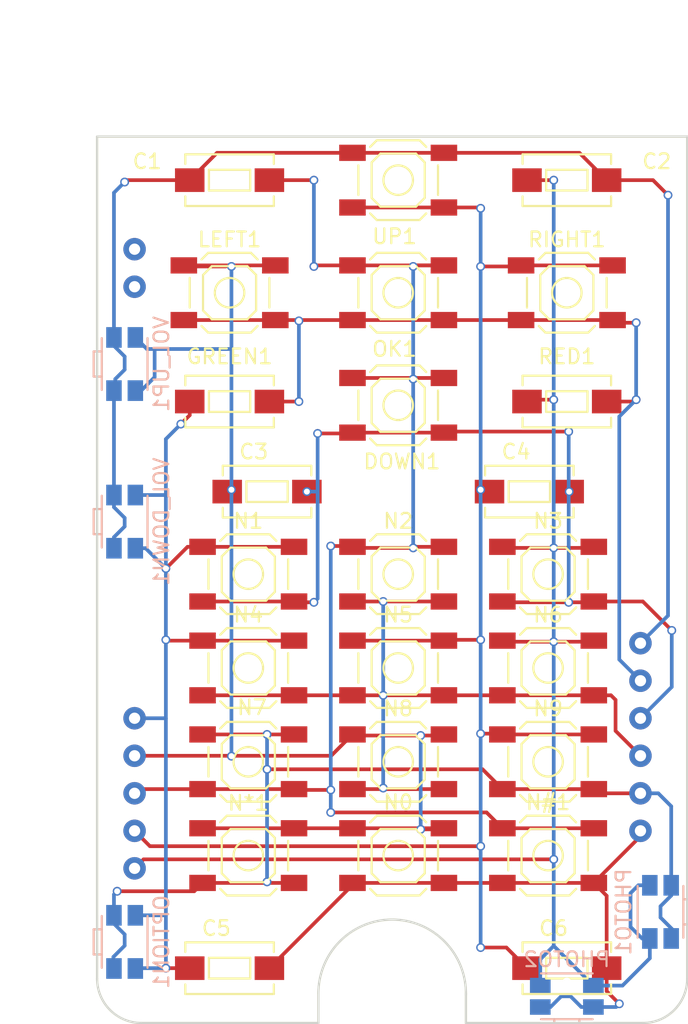
<source format=kicad_pcb>
(kicad_pcb (version 4) (host pcbnew 4.0.4-stable)

  (general
    (links 104)
    (no_connects 0)
    (area 141.843957 95.6286 191.015 167.52)
    (thickness 1.6)
    (drawings 11)
    (tracks 333)
    (zones 0)
    (modules 31)
    (nets 14)
  )

  (page A4)
  (layers
    (0 F.Cu signal)
    (31 B.Cu signal hide)
    (32 B.Adhes user)
    (33 F.Adhes user)
    (34 B.Paste user)
    (35 F.Paste user)
    (36 B.SilkS user)
    (37 F.SilkS user)
    (38 B.Mask user)
    (39 F.Mask user)
    (40 Dwgs.User user)
    (41 Cmts.User user)
    (42 Eco1.User user)
    (43 Eco2.User user)
    (44 Edge.Cuts user)
    (45 Margin user)
    (46 B.CrtYd user)
    (47 F.CrtYd user)
    (48 B.Fab user)
    (49 F.Fab user)
  )

  (setup
    (last_trace_width 0.25)
    (trace_clearance 0.2)
    (zone_clearance 0.508)
    (zone_45_only no)
    (trace_min 0.2)
    (segment_width 0.2)
    (edge_width 0.15)
    (via_size 0.6)
    (via_drill 0.4)
    (via_min_size 0.4)
    (via_min_drill 0.3)
    (uvia_size 0.3)
    (uvia_drill 0.1)
    (uvias_allowed no)
    (uvia_min_size 0.2)
    (uvia_min_drill 0.1)
    (pcb_text_width 0.3)
    (pcb_text_size 1.5 1.5)
    (mod_edge_width 0.15)
    (mod_text_size 1 1)
    (mod_text_width 0.15)
    (pad_size 1.524 1.524)
    (pad_drill 0.762)
    (pad_to_mask_clearance 0.2)
    (aux_axis_origin 0 0)
    (visible_elements FFFFFFFF)
    (pcbplotparams
      (layerselection 0x010f0_80000001)
      (usegerberextensions true)
      (excludeedgelayer true)
      (linewidth 0.100000)
      (plotframeref false)
      (viasonmask false)
      (mode 1)
      (useauxorigin false)
      (hpglpennumber 1)
      (hpglpenspeed 20)
      (hpglpendiameter 15)
      (hpglpenoverlay 2)
      (psnegative false)
      (psa4output false)
      (plotreference true)
      (plotvalue true)
      (plotinvisibletext false)
      (padsonsilk false)
      (subtractmaskfromsilk false)
      (outputformat 1)
      (mirror false)
      (drillshape 0)
      (scaleselection 1)
      (outputdirectory gerbers/))
  )

  (net 0 "")
  (net 1 "Net-(C1-Pad1)")
  (net 2 "Net-(C1-Pad2)")
  (net 3 "Net-(C2-Pad1)")
  (net 4 "Net-(C3-Pad1)")
  (net 5 "Net-(C3-Pad2)")
  (net 6 "Net-(C4-Pad1)")
  (net 7 "Net-(C5-Pad1)")
  (net 8 "Net-(C5-Pad2)")
  (net 9 "Net-(GREEN1-Pad2)")
  (net 10 "Net-(N*1-Pad2)")
  (net 11 "Net-(N2-Pad2)")
  (net 12 "Net-(U1-Pad12)")
  (net 13 "Net-(U1-Pad13)")

  (net_class Default "This is the default net class."
    (clearance 0.2)
    (trace_width 0.25)
    (via_dia 0.6)
    (via_drill 0.4)
    (uvia_dia 0.3)
    (uvia_drill 0.1)
    (add_net "Net-(C1-Pad1)")
    (add_net "Net-(C1-Pad2)")
    (add_net "Net-(C2-Pad1)")
    (add_net "Net-(C3-Pad1)")
    (add_net "Net-(C3-Pad2)")
    (add_net "Net-(C4-Pad1)")
    (add_net "Net-(C5-Pad1)")
    (add_net "Net-(C5-Pad2)")
    (add_net "Net-(GREEN1-Pad2)")
    (add_net "Net-(N*1-Pad2)")
    (add_net "Net-(N2-Pad2)")
    (add_net "Net-(U1-Pad12)")
    (add_net "Net-(U1-Pad13)")
  )

  (module Buttons_Switches_SMD:SW_SPST_SKQG (layer F.Cu) (tedit 58498098) (tstamp 58495D36)
    (at 168.91 123.19)
    (descr "ALPS 5.2mm Square Low-profile TACT Switch (SMD)")
    (tags "SPST Button Switch")
    (path /58472366)
    (attr smd)
    (fp_text reference DOWN1 (at 0.254 3.81) (layer F.SilkS)
      (effects (font (size 1 1) (thickness 0.15)))
    )
    (fp_text value "" (at 0 3.7) (layer F.Fab)
      (effects (font (size 1 1) (thickness 0.15)))
    )
    (fp_line (start -4.25 -2.95) (end -4.25 2.95) (layer F.CrtYd) (width 0.05))
    (fp_line (start 4.25 -2.95) (end -4.25 -2.95) (layer F.CrtYd) (width 0.05))
    (fp_line (start 4.25 2.95) (end 4.25 -2.95) (layer F.CrtYd) (width 0.05))
    (fp_line (start -4.25 2.95) (end 4.25 2.95) (layer F.CrtYd) (width 0.05))
    (fp_circle (center 0 0) (end 1 0) (layer F.SilkS) (width 0.15))
    (fp_line (start -1.2 -1.8) (end 1.2 -1.8) (layer F.SilkS) (width 0.15))
    (fp_line (start -1.8 -1.2) (end -1.2 -1.8) (layer F.SilkS) (width 0.15))
    (fp_line (start -1.8 1.2) (end -1.8 -1.2) (layer F.SilkS) (width 0.15))
    (fp_line (start -1.2 1.8) (end -1.8 1.2) (layer F.SilkS) (width 0.15))
    (fp_line (start 1.2 1.8) (end -1.2 1.8) (layer F.SilkS) (width 0.15))
    (fp_line (start 1.8 1.2) (end 1.2 1.8) (layer F.SilkS) (width 0.15))
    (fp_line (start 1.8 -1.2) (end 1.8 1.2) (layer F.SilkS) (width 0.15))
    (fp_line (start 1.2 -1.8) (end 1.8 -1.2) (layer F.SilkS) (width 0.15))
    (fp_line (start -1.45 -2.7) (end 1.45 -2.7) (layer F.SilkS) (width 0.15))
    (fp_line (start -1.9 -2.25) (end -1.45 -2.7) (layer F.SilkS) (width 0.15))
    (fp_line (start -2.7 1) (end -2.7 -1) (layer F.SilkS) (width 0.15))
    (fp_line (start -1.45 2.7) (end -1.9 2.25) (layer F.SilkS) (width 0.15))
    (fp_line (start 1.45 2.7) (end -1.45 2.7) (layer F.SilkS) (width 0.15))
    (fp_line (start 1.9 2.25) (end 1.45 2.7) (layer F.SilkS) (width 0.15))
    (fp_line (start 2.7 -1) (end 2.7 1) (layer F.SilkS) (width 0.15))
    (fp_line (start 1.45 -2.7) (end 1.9 -2.25) (layer F.SilkS) (width 0.15))
    (pad 1 smd rect (at -3.1 -1.85) (size 1.8 1.1) (layers F.Cu F.Paste F.Mask)
      (net 1 "Net-(C1-Pad1)"))
    (pad 1 smd rect (at 3.1 -1.85) (size 1.8 1.1) (layers F.Cu F.Paste F.Mask)
      (net 1 "Net-(C1-Pad1)"))
    (pad 2 smd rect (at -3.1 1.85) (size 1.8 1.1) (layers F.Cu F.Paste F.Mask)
      (net 5 "Net-(C3-Pad2)"))
    (pad 2 smd rect (at 3.1 1.85) (size 1.8 1.1) (layers F.Cu F.Paste F.Mask)
      (net 5 "Net-(C3-Pad2)"))
  )

  (module Buttons_Switches_SMD:SW_SPST_SKQG (layer F.Cu) (tedit 58497FCC) (tstamp 58495D44)
    (at 157.48 115.57)
    (descr "ALPS 5.2mm Square Low-profile TACT Switch (SMD)")
    (tags "SPST Button Switch")
    (path /584722B9)
    (attr smd)
    (fp_text reference LEFT1 (at 0 -3.6) (layer F.SilkS)
      (effects (font (size 1 1) (thickness 0.15)))
    )
    (fp_text value "" (at 0 3.7) (layer F.Fab)
      (effects (font (size 1 1) (thickness 0.15)))
    )
    (fp_line (start -4.25 -2.95) (end -4.25 2.95) (layer F.CrtYd) (width 0.05))
    (fp_line (start 4.25 -2.95) (end -4.25 -2.95) (layer F.CrtYd) (width 0.05))
    (fp_line (start 4.25 2.95) (end 4.25 -2.95) (layer F.CrtYd) (width 0.05))
    (fp_line (start -4.25 2.95) (end 4.25 2.95) (layer F.CrtYd) (width 0.05))
    (fp_circle (center 0 0) (end 1 0) (layer F.SilkS) (width 0.15))
    (fp_line (start -1.2 -1.8) (end 1.2 -1.8) (layer F.SilkS) (width 0.15))
    (fp_line (start -1.8 -1.2) (end -1.2 -1.8) (layer F.SilkS) (width 0.15))
    (fp_line (start -1.8 1.2) (end -1.8 -1.2) (layer F.SilkS) (width 0.15))
    (fp_line (start -1.2 1.8) (end -1.8 1.2) (layer F.SilkS) (width 0.15))
    (fp_line (start 1.2 1.8) (end -1.2 1.8) (layer F.SilkS) (width 0.15))
    (fp_line (start 1.8 1.2) (end 1.2 1.8) (layer F.SilkS) (width 0.15))
    (fp_line (start 1.8 -1.2) (end 1.8 1.2) (layer F.SilkS) (width 0.15))
    (fp_line (start 1.2 -1.8) (end 1.8 -1.2) (layer F.SilkS) (width 0.15))
    (fp_line (start -1.45 -2.7) (end 1.45 -2.7) (layer F.SilkS) (width 0.15))
    (fp_line (start -1.9 -2.25) (end -1.45 -2.7) (layer F.SilkS) (width 0.15))
    (fp_line (start -2.7 1) (end -2.7 -1) (layer F.SilkS) (width 0.15))
    (fp_line (start -1.45 2.7) (end -1.9 2.25) (layer F.SilkS) (width 0.15))
    (fp_line (start 1.45 2.7) (end -1.45 2.7) (layer F.SilkS) (width 0.15))
    (fp_line (start 1.9 2.25) (end 1.45 2.7) (layer F.SilkS) (width 0.15))
    (fp_line (start 2.7 -1) (end 2.7 1) (layer F.SilkS) (width 0.15))
    (fp_line (start 1.45 -2.7) (end 1.9 -2.25) (layer F.SilkS) (width 0.15))
    (pad 1 smd rect (at -3.1 -1.85) (size 1.8 1.1) (layers F.Cu F.Paste F.Mask)
      (net 4 "Net-(C3-Pad1)"))
    (pad 1 smd rect (at 3.1 -1.85) (size 1.8 1.1) (layers F.Cu F.Paste F.Mask)
      (net 4 "Net-(C3-Pad1)"))
    (pad 2 smd rect (at -3.1 1.85) (size 1.8 1.1) (layers F.Cu F.Paste F.Mask)
      (net 9 "Net-(GREEN1-Pad2)"))
    (pad 2 smd rect (at 3.1 1.85) (size 1.8 1.1) (layers F.Cu F.Paste F.Mask)
      (net 9 "Net-(GREEN1-Pad2)"))
  )

  (module Buttons_Switches_SMD:SW_SPST_SKQG (layer F.Cu) (tedit 58497F7A) (tstamp 58495D4C)
    (at 179.07 153.67)
    (descr "ALPS 5.2mm Square Low-profile TACT Switch (SMD)")
    (tags "SPST Button Switch")
    (path /58472539)
    (attr smd)
    (fp_text reference N#1 (at 0 -3.6) (layer F.SilkS)
      (effects (font (size 1 1) (thickness 0.15)))
    )
    (fp_text value "" (at 0 3.7) (layer F.Fab)
      (effects (font (size 1 1) (thickness 0.15)))
    )
    (fp_line (start -4.25 -2.95) (end -4.25 2.95) (layer F.CrtYd) (width 0.05))
    (fp_line (start 4.25 -2.95) (end -4.25 -2.95) (layer F.CrtYd) (width 0.05))
    (fp_line (start 4.25 2.95) (end 4.25 -2.95) (layer F.CrtYd) (width 0.05))
    (fp_line (start -4.25 2.95) (end 4.25 2.95) (layer F.CrtYd) (width 0.05))
    (fp_circle (center 0 0) (end 1 0) (layer F.SilkS) (width 0.15))
    (fp_line (start -1.2 -1.8) (end 1.2 -1.8) (layer F.SilkS) (width 0.15))
    (fp_line (start -1.8 -1.2) (end -1.2 -1.8) (layer F.SilkS) (width 0.15))
    (fp_line (start -1.8 1.2) (end -1.8 -1.2) (layer F.SilkS) (width 0.15))
    (fp_line (start -1.2 1.8) (end -1.8 1.2) (layer F.SilkS) (width 0.15))
    (fp_line (start 1.2 1.8) (end -1.2 1.8) (layer F.SilkS) (width 0.15))
    (fp_line (start 1.8 1.2) (end 1.2 1.8) (layer F.SilkS) (width 0.15))
    (fp_line (start 1.8 -1.2) (end 1.8 1.2) (layer F.SilkS) (width 0.15))
    (fp_line (start 1.2 -1.8) (end 1.8 -1.2) (layer F.SilkS) (width 0.15))
    (fp_line (start -1.45 -2.7) (end 1.45 -2.7) (layer F.SilkS) (width 0.15))
    (fp_line (start -1.9 -2.25) (end -1.45 -2.7) (layer F.SilkS) (width 0.15))
    (fp_line (start -2.7 1) (end -2.7 -1) (layer F.SilkS) (width 0.15))
    (fp_line (start -1.45 2.7) (end -1.9 2.25) (layer F.SilkS) (width 0.15))
    (fp_line (start 1.45 2.7) (end -1.45 2.7) (layer F.SilkS) (width 0.15))
    (fp_line (start 1.9 2.25) (end 1.45 2.7) (layer F.SilkS) (width 0.15))
    (fp_line (start 2.7 -1) (end 2.7 1) (layer F.SilkS) (width 0.15))
    (fp_line (start 1.45 -2.7) (end 1.9 -2.25) (layer F.SilkS) (width 0.15))
    (pad 1 smd rect (at -3.1 -1.85) (size 1.8 1.1) (layers F.Cu F.Paste F.Mask)
      (net 1 "Net-(C1-Pad1)"))
    (pad 1 smd rect (at 3.1 -1.85) (size 1.8 1.1) (layers F.Cu F.Paste F.Mask)
      (net 1 "Net-(C1-Pad1)"))
    (pad 2 smd rect (at -3.1 1.85) (size 1.8 1.1) (layers F.Cu F.Paste F.Mask)
      (net 8 "Net-(C5-Pad2)"))
    (pad 2 smd rect (at 3.1 1.85) (size 1.8 1.1) (layers F.Cu F.Paste F.Mask)
      (net 8 "Net-(C5-Pad2)"))
  )

  (module Buttons_Switches_SMD:SW_SPST_SKQG (layer F.Cu) (tedit 5849806F) (tstamp 58495D54)
    (at 158.75 153.67)
    (descr "ALPS 5.2mm Square Low-profile TACT Switch (SMD)")
    (tags "SPST Button Switch")
    (path /58472515)
    (attr smd)
    (fp_text reference N*1 (at 0 -3.556) (layer F.SilkS)
      (effects (font (size 1 1) (thickness 0.15)))
    )
    (fp_text value "" (at 0 3.7) (layer F.Fab)
      (effects (font (size 1 1) (thickness 0.15)))
    )
    (fp_line (start -4.25 -2.95) (end -4.25 2.95) (layer F.CrtYd) (width 0.05))
    (fp_line (start 4.25 -2.95) (end -4.25 -2.95) (layer F.CrtYd) (width 0.05))
    (fp_line (start 4.25 2.95) (end 4.25 -2.95) (layer F.CrtYd) (width 0.05))
    (fp_line (start -4.25 2.95) (end 4.25 2.95) (layer F.CrtYd) (width 0.05))
    (fp_circle (center 0 0) (end 1 0) (layer F.SilkS) (width 0.15))
    (fp_line (start -1.2 -1.8) (end 1.2 -1.8) (layer F.SilkS) (width 0.15))
    (fp_line (start -1.8 -1.2) (end -1.2 -1.8) (layer F.SilkS) (width 0.15))
    (fp_line (start -1.8 1.2) (end -1.8 -1.2) (layer F.SilkS) (width 0.15))
    (fp_line (start -1.2 1.8) (end -1.8 1.2) (layer F.SilkS) (width 0.15))
    (fp_line (start 1.2 1.8) (end -1.2 1.8) (layer F.SilkS) (width 0.15))
    (fp_line (start 1.8 1.2) (end 1.2 1.8) (layer F.SilkS) (width 0.15))
    (fp_line (start 1.8 -1.2) (end 1.8 1.2) (layer F.SilkS) (width 0.15))
    (fp_line (start 1.2 -1.8) (end 1.8 -1.2) (layer F.SilkS) (width 0.15))
    (fp_line (start -1.45 -2.7) (end 1.45 -2.7) (layer F.SilkS) (width 0.15))
    (fp_line (start -1.9 -2.25) (end -1.45 -2.7) (layer F.SilkS) (width 0.15))
    (fp_line (start -2.7 1) (end -2.7 -1) (layer F.SilkS) (width 0.15))
    (fp_line (start -1.45 2.7) (end -1.9 2.25) (layer F.SilkS) (width 0.15))
    (fp_line (start 1.45 2.7) (end -1.45 2.7) (layer F.SilkS) (width 0.15))
    (fp_line (start 1.9 2.25) (end 1.45 2.7) (layer F.SilkS) (width 0.15))
    (fp_line (start 2.7 -1) (end 2.7 1) (layer F.SilkS) (width 0.15))
    (fp_line (start 1.45 -2.7) (end 1.9 -2.25) (layer F.SilkS) (width 0.15))
    (pad 1 smd rect (at -3.1 -1.85) (size 1.8 1.1) (layers F.Cu F.Paste F.Mask)
      (net 4 "Net-(C3-Pad1)"))
    (pad 1 smd rect (at 3.1 -1.85) (size 1.8 1.1) (layers F.Cu F.Paste F.Mask)
      (net 4 "Net-(C3-Pad1)"))
    (pad 2 smd rect (at -3.1 1.85) (size 1.8 1.1) (layers F.Cu F.Paste F.Mask)
      (net 10 "Net-(N*1-Pad2)"))
    (pad 2 smd rect (at 3.1 1.85) (size 1.8 1.1) (layers F.Cu F.Paste F.Mask)
      (net 10 "Net-(N*1-Pad2)"))
  )

  (module Buttons_Switches_SMD:SW_SPST_SKQG (layer F.Cu) (tedit 58497F7F) (tstamp 58495D5C)
    (at 168.91 153.67)
    (descr "ALPS 5.2mm Square Low-profile TACT Switch (SMD)")
    (tags "SPST Button Switch")
    (path /58472533)
    (attr smd)
    (fp_text reference N0 (at 0 -3.6) (layer F.SilkS)
      (effects (font (size 1 1) (thickness 0.15)))
    )
    (fp_text value "" (at 0 3.7) (layer F.Fab)
      (effects (font (size 1 1) (thickness 0.15)))
    )
    (fp_line (start -4.25 -2.95) (end -4.25 2.95) (layer F.CrtYd) (width 0.05))
    (fp_line (start 4.25 -2.95) (end -4.25 -2.95) (layer F.CrtYd) (width 0.05))
    (fp_line (start 4.25 2.95) (end 4.25 -2.95) (layer F.CrtYd) (width 0.05))
    (fp_line (start -4.25 2.95) (end 4.25 2.95) (layer F.CrtYd) (width 0.05))
    (fp_circle (center 0 0) (end 1 0) (layer F.SilkS) (width 0.15))
    (fp_line (start -1.2 -1.8) (end 1.2 -1.8) (layer F.SilkS) (width 0.15))
    (fp_line (start -1.8 -1.2) (end -1.2 -1.8) (layer F.SilkS) (width 0.15))
    (fp_line (start -1.8 1.2) (end -1.8 -1.2) (layer F.SilkS) (width 0.15))
    (fp_line (start -1.2 1.8) (end -1.8 1.2) (layer F.SilkS) (width 0.15))
    (fp_line (start 1.2 1.8) (end -1.2 1.8) (layer F.SilkS) (width 0.15))
    (fp_line (start 1.8 1.2) (end 1.2 1.8) (layer F.SilkS) (width 0.15))
    (fp_line (start 1.8 -1.2) (end 1.8 1.2) (layer F.SilkS) (width 0.15))
    (fp_line (start 1.2 -1.8) (end 1.8 -1.2) (layer F.SilkS) (width 0.15))
    (fp_line (start -1.45 -2.7) (end 1.45 -2.7) (layer F.SilkS) (width 0.15))
    (fp_line (start -1.9 -2.25) (end -1.45 -2.7) (layer F.SilkS) (width 0.15))
    (fp_line (start -2.7 1) (end -2.7 -1) (layer F.SilkS) (width 0.15))
    (fp_line (start -1.45 2.7) (end -1.9 2.25) (layer F.SilkS) (width 0.15))
    (fp_line (start 1.45 2.7) (end -1.45 2.7) (layer F.SilkS) (width 0.15))
    (fp_line (start 1.9 2.25) (end 1.45 2.7) (layer F.SilkS) (width 0.15))
    (fp_line (start 2.7 -1) (end 2.7 1) (layer F.SilkS) (width 0.15))
    (fp_line (start 1.45 -2.7) (end 1.9 -2.25) (layer F.SilkS) (width 0.15))
    (pad 1 smd rect (at -3.1 -1.85) (size 1.8 1.1) (layers F.Cu F.Paste F.Mask)
      (net 4 "Net-(C3-Pad1)"))
    (pad 1 smd rect (at 3.1 -1.85) (size 1.8 1.1) (layers F.Cu F.Paste F.Mask)
      (net 4 "Net-(C3-Pad1)"))
    (pad 2 smd rect (at -3.1 1.85) (size 1.8 1.1) (layers F.Cu F.Paste F.Mask)
      (net 8 "Net-(C5-Pad2)"))
    (pad 2 smd rect (at 3.1 1.85) (size 1.8 1.1) (layers F.Cu F.Paste F.Mask)
      (net 8 "Net-(C5-Pad2)"))
  )

  (module Buttons_Switches_SMD:SW_SPST_SKQG (layer F.Cu) (tedit 58497F47) (tstamp 58495D64)
    (at 158.75 134.62)
    (descr "ALPS 5.2mm Square Low-profile TACT Switch (SMD)")
    (tags "SPST Button Switch")
    (path /5847235A)
    (attr smd)
    (fp_text reference N1 (at 0 -3.6) (layer F.SilkS)
      (effects (font (size 1 1) (thickness 0.15)))
    )
    (fp_text value "" (at 0 3.7) (layer F.Fab)
      (effects (font (size 1 1) (thickness 0.15)))
    )
    (fp_line (start -4.25 -2.95) (end -4.25 2.95) (layer F.CrtYd) (width 0.05))
    (fp_line (start 4.25 -2.95) (end -4.25 -2.95) (layer F.CrtYd) (width 0.05))
    (fp_line (start 4.25 2.95) (end 4.25 -2.95) (layer F.CrtYd) (width 0.05))
    (fp_line (start -4.25 2.95) (end 4.25 2.95) (layer F.CrtYd) (width 0.05))
    (fp_circle (center 0 0) (end 1 0) (layer F.SilkS) (width 0.15))
    (fp_line (start -1.2 -1.8) (end 1.2 -1.8) (layer F.SilkS) (width 0.15))
    (fp_line (start -1.8 -1.2) (end -1.2 -1.8) (layer F.SilkS) (width 0.15))
    (fp_line (start -1.8 1.2) (end -1.8 -1.2) (layer F.SilkS) (width 0.15))
    (fp_line (start -1.2 1.8) (end -1.8 1.2) (layer F.SilkS) (width 0.15))
    (fp_line (start 1.2 1.8) (end -1.2 1.8) (layer F.SilkS) (width 0.15))
    (fp_line (start 1.8 1.2) (end 1.2 1.8) (layer F.SilkS) (width 0.15))
    (fp_line (start 1.8 -1.2) (end 1.8 1.2) (layer F.SilkS) (width 0.15))
    (fp_line (start 1.2 -1.8) (end 1.8 -1.2) (layer F.SilkS) (width 0.15))
    (fp_line (start -1.45 -2.7) (end 1.45 -2.7) (layer F.SilkS) (width 0.15))
    (fp_line (start -1.9 -2.25) (end -1.45 -2.7) (layer F.SilkS) (width 0.15))
    (fp_line (start -2.7 1) (end -2.7 -1) (layer F.SilkS) (width 0.15))
    (fp_line (start -1.45 2.7) (end -1.9 2.25) (layer F.SilkS) (width 0.15))
    (fp_line (start 1.45 2.7) (end -1.45 2.7) (layer F.SilkS) (width 0.15))
    (fp_line (start 1.9 2.25) (end 1.45 2.7) (layer F.SilkS) (width 0.15))
    (fp_line (start 2.7 -1) (end 2.7 1) (layer F.SilkS) (width 0.15))
    (fp_line (start 1.45 -2.7) (end 1.9 -2.25) (layer F.SilkS) (width 0.15))
    (pad 1 smd rect (at -3.1 -1.85) (size 1.8 1.1) (layers F.Cu F.Paste F.Mask)
      (net 7 "Net-(C5-Pad1)"))
    (pad 1 smd rect (at 3.1 -1.85) (size 1.8 1.1) (layers F.Cu F.Paste F.Mask)
      (net 7 "Net-(C5-Pad1)"))
    (pad 2 smd rect (at -3.1 1.85) (size 1.8 1.1) (layers F.Cu F.Paste F.Mask)
      (net 5 "Net-(C3-Pad2)"))
    (pad 2 smd rect (at 3.1 1.85) (size 1.8 1.1) (layers F.Cu F.Paste F.Mask)
      (net 5 "Net-(C3-Pad2)"))
  )

  (module Buttons_Switches_SMD:SW_SPST_SKQG (layer F.Cu) (tedit 58497F51) (tstamp 58495D6C)
    (at 168.91 134.62)
    (descr "ALPS 5.2mm Square Low-profile TACT Switch (SMD)")
    (tags "SPST Button Switch")
    (path /584724FD)
    (attr smd)
    (fp_text reference N2 (at 0 -3.6) (layer F.SilkS)
      (effects (font (size 1 1) (thickness 0.15)))
    )
    (fp_text value "" (at 0 3.7) (layer F.Fab)
      (effects (font (size 1 1) (thickness 0.15)))
    )
    (fp_line (start -4.25 -2.95) (end -4.25 2.95) (layer F.CrtYd) (width 0.05))
    (fp_line (start 4.25 -2.95) (end -4.25 -2.95) (layer F.CrtYd) (width 0.05))
    (fp_line (start 4.25 2.95) (end 4.25 -2.95) (layer F.CrtYd) (width 0.05))
    (fp_line (start -4.25 2.95) (end 4.25 2.95) (layer F.CrtYd) (width 0.05))
    (fp_circle (center 0 0) (end 1 0) (layer F.SilkS) (width 0.15))
    (fp_line (start -1.2 -1.8) (end 1.2 -1.8) (layer F.SilkS) (width 0.15))
    (fp_line (start -1.8 -1.2) (end -1.2 -1.8) (layer F.SilkS) (width 0.15))
    (fp_line (start -1.8 1.2) (end -1.8 -1.2) (layer F.SilkS) (width 0.15))
    (fp_line (start -1.2 1.8) (end -1.8 1.2) (layer F.SilkS) (width 0.15))
    (fp_line (start 1.2 1.8) (end -1.2 1.8) (layer F.SilkS) (width 0.15))
    (fp_line (start 1.8 1.2) (end 1.2 1.8) (layer F.SilkS) (width 0.15))
    (fp_line (start 1.8 -1.2) (end 1.8 1.2) (layer F.SilkS) (width 0.15))
    (fp_line (start 1.2 -1.8) (end 1.8 -1.2) (layer F.SilkS) (width 0.15))
    (fp_line (start -1.45 -2.7) (end 1.45 -2.7) (layer F.SilkS) (width 0.15))
    (fp_line (start -1.9 -2.25) (end -1.45 -2.7) (layer F.SilkS) (width 0.15))
    (fp_line (start -2.7 1) (end -2.7 -1) (layer F.SilkS) (width 0.15))
    (fp_line (start -1.45 2.7) (end -1.9 2.25) (layer F.SilkS) (width 0.15))
    (fp_line (start 1.45 2.7) (end -1.45 2.7) (layer F.SilkS) (width 0.15))
    (fp_line (start 1.9 2.25) (end 1.45 2.7) (layer F.SilkS) (width 0.15))
    (fp_line (start 2.7 -1) (end 2.7 1) (layer F.SilkS) (width 0.15))
    (fp_line (start 1.45 -2.7) (end 1.9 -2.25) (layer F.SilkS) (width 0.15))
    (pad 1 smd rect (at -3.1 -1.85) (size 1.8 1.1) (layers F.Cu F.Paste F.Mask)
      (net 1 "Net-(C1-Pad1)"))
    (pad 1 smd rect (at 3.1 -1.85) (size 1.8 1.1) (layers F.Cu F.Paste F.Mask)
      (net 1 "Net-(C1-Pad1)"))
    (pad 2 smd rect (at -3.1 1.85) (size 1.8 1.1) (layers F.Cu F.Paste F.Mask)
      (net 11 "Net-(N2-Pad2)"))
    (pad 2 smd rect (at 3.1 1.85) (size 1.8 1.1) (layers F.Cu F.Paste F.Mask)
      (net 11 "Net-(N2-Pad2)"))
  )

  (module Buttons_Switches_SMD:SW_SPST_SKQG (layer F.Cu) (tedit 58497FE3) (tstamp 58495D74)
    (at 179.07 134.62)
    (descr "ALPS 5.2mm Square Low-profile TACT Switch (SMD)")
    (tags "SPST Button Switch")
    (path /58472372)
    (attr smd)
    (fp_text reference N3 (at 0 -3.6) (layer F.SilkS)
      (effects (font (size 1 1) (thickness 0.15)))
    )
    (fp_text value "" (at 0 3.7) (layer F.Fab)
      (effects (font (size 1 1) (thickness 0.15)))
    )
    (fp_line (start -4.25 -2.95) (end -4.25 2.95) (layer F.CrtYd) (width 0.05))
    (fp_line (start 4.25 -2.95) (end -4.25 -2.95) (layer F.CrtYd) (width 0.05))
    (fp_line (start 4.25 2.95) (end 4.25 -2.95) (layer F.CrtYd) (width 0.05))
    (fp_line (start -4.25 2.95) (end 4.25 2.95) (layer F.CrtYd) (width 0.05))
    (fp_circle (center 0 0) (end 1 0) (layer F.SilkS) (width 0.15))
    (fp_line (start -1.2 -1.8) (end 1.2 -1.8) (layer F.SilkS) (width 0.15))
    (fp_line (start -1.8 -1.2) (end -1.2 -1.8) (layer F.SilkS) (width 0.15))
    (fp_line (start -1.8 1.2) (end -1.8 -1.2) (layer F.SilkS) (width 0.15))
    (fp_line (start -1.2 1.8) (end -1.8 1.2) (layer F.SilkS) (width 0.15))
    (fp_line (start 1.2 1.8) (end -1.2 1.8) (layer F.SilkS) (width 0.15))
    (fp_line (start 1.8 1.2) (end 1.2 1.8) (layer F.SilkS) (width 0.15))
    (fp_line (start 1.8 -1.2) (end 1.8 1.2) (layer F.SilkS) (width 0.15))
    (fp_line (start 1.2 -1.8) (end 1.8 -1.2) (layer F.SilkS) (width 0.15))
    (fp_line (start -1.45 -2.7) (end 1.45 -2.7) (layer F.SilkS) (width 0.15))
    (fp_line (start -1.9 -2.25) (end -1.45 -2.7) (layer F.SilkS) (width 0.15))
    (fp_line (start -2.7 1) (end -2.7 -1) (layer F.SilkS) (width 0.15))
    (fp_line (start -1.45 2.7) (end -1.9 2.25) (layer F.SilkS) (width 0.15))
    (fp_line (start 1.45 2.7) (end -1.45 2.7) (layer F.SilkS) (width 0.15))
    (fp_line (start 1.9 2.25) (end 1.45 2.7) (layer F.SilkS) (width 0.15))
    (fp_line (start 2.7 -1) (end 2.7 1) (layer F.SilkS) (width 0.15))
    (fp_line (start 1.45 -2.7) (end 1.9 -2.25) (layer F.SilkS) (width 0.15))
    (pad 1 smd rect (at -3.1 -1.85) (size 1.8 1.1) (layers F.Cu F.Paste F.Mask)
      (net 3 "Net-(C2-Pad1)"))
    (pad 1 smd rect (at 3.1 -1.85) (size 1.8 1.1) (layers F.Cu F.Paste F.Mask)
      (net 3 "Net-(C2-Pad1)"))
    (pad 2 smd rect (at -3.1 1.85) (size 1.8 1.1) (layers F.Cu F.Paste F.Mask)
      (net 5 "Net-(C3-Pad2)"))
    (pad 2 smd rect (at 3.1 1.85) (size 1.8 1.1) (layers F.Cu F.Paste F.Mask)
      (net 5 "Net-(C3-Pad2)"))
  )

  (module Buttons_Switches_SMD:SW_SPST_SKQG (layer F.Cu) (tedit 58497F63) (tstamp 58495D7C)
    (at 158.75 140.97)
    (descr "ALPS 5.2mm Square Low-profile TACT Switch (SMD)")
    (tags "SPST Button Switch")
    (path /584724F1)
    (attr smd)
    (fp_text reference N4 (at 0 -3.6) (layer F.SilkS)
      (effects (font (size 1 1) (thickness 0.15)))
    )
    (fp_text value "" (at 0 3.7) (layer F.Fab)
      (effects (font (size 1 1) (thickness 0.15)))
    )
    (fp_line (start -4.25 -2.95) (end -4.25 2.95) (layer F.CrtYd) (width 0.05))
    (fp_line (start 4.25 -2.95) (end -4.25 -2.95) (layer F.CrtYd) (width 0.05))
    (fp_line (start 4.25 2.95) (end 4.25 -2.95) (layer F.CrtYd) (width 0.05))
    (fp_line (start -4.25 2.95) (end 4.25 2.95) (layer F.CrtYd) (width 0.05))
    (fp_circle (center 0 0) (end 1 0) (layer F.SilkS) (width 0.15))
    (fp_line (start -1.2 -1.8) (end 1.2 -1.8) (layer F.SilkS) (width 0.15))
    (fp_line (start -1.8 -1.2) (end -1.2 -1.8) (layer F.SilkS) (width 0.15))
    (fp_line (start -1.8 1.2) (end -1.8 -1.2) (layer F.SilkS) (width 0.15))
    (fp_line (start -1.2 1.8) (end -1.8 1.2) (layer F.SilkS) (width 0.15))
    (fp_line (start 1.2 1.8) (end -1.2 1.8) (layer F.SilkS) (width 0.15))
    (fp_line (start 1.8 1.2) (end 1.2 1.8) (layer F.SilkS) (width 0.15))
    (fp_line (start 1.8 -1.2) (end 1.8 1.2) (layer F.SilkS) (width 0.15))
    (fp_line (start 1.2 -1.8) (end 1.8 -1.2) (layer F.SilkS) (width 0.15))
    (fp_line (start -1.45 -2.7) (end 1.45 -2.7) (layer F.SilkS) (width 0.15))
    (fp_line (start -1.9 -2.25) (end -1.45 -2.7) (layer F.SilkS) (width 0.15))
    (fp_line (start -2.7 1) (end -2.7 -1) (layer F.SilkS) (width 0.15))
    (fp_line (start -1.45 2.7) (end -1.9 2.25) (layer F.SilkS) (width 0.15))
    (fp_line (start 1.45 2.7) (end -1.45 2.7) (layer F.SilkS) (width 0.15))
    (fp_line (start 1.9 2.25) (end 1.45 2.7) (layer F.SilkS) (width 0.15))
    (fp_line (start 2.7 -1) (end 2.7 1) (layer F.SilkS) (width 0.15))
    (fp_line (start 1.45 -2.7) (end 1.9 -2.25) (layer F.SilkS) (width 0.15))
    (pad 1 smd rect (at -3.1 -1.85) (size 1.8 1.1) (layers F.Cu F.Paste F.Mask)
      (net 7 "Net-(C5-Pad1)"))
    (pad 1 smd rect (at 3.1 -1.85) (size 1.8 1.1) (layers F.Cu F.Paste F.Mask)
      (net 7 "Net-(C5-Pad1)"))
    (pad 2 smd rect (at -3.1 1.85) (size 1.8 1.1) (layers F.Cu F.Paste F.Mask)
      (net 11 "Net-(N2-Pad2)"))
    (pad 2 smd rect (at 3.1 1.85) (size 1.8 1.1) (layers F.Cu F.Paste F.Mask)
      (net 11 "Net-(N2-Pad2)"))
  )

  (module Buttons_Switches_SMD:SW_SPST_SKQG (layer F.Cu) (tedit 58497F68) (tstamp 58495D84)
    (at 168.91 140.97)
    (descr "ALPS 5.2mm Square Low-profile TACT Switch (SMD)")
    (tags "SPST Button Switch")
    (path /58472503)
    (attr smd)
    (fp_text reference N5 (at 0 -3.6) (layer F.SilkS)
      (effects (font (size 1 1) (thickness 0.15)))
    )
    (fp_text value "" (at 0 3.7) (layer F.Fab)
      (effects (font (size 1 1) (thickness 0.15)))
    )
    (fp_line (start -4.25 -2.95) (end -4.25 2.95) (layer F.CrtYd) (width 0.05))
    (fp_line (start 4.25 -2.95) (end -4.25 -2.95) (layer F.CrtYd) (width 0.05))
    (fp_line (start 4.25 2.95) (end 4.25 -2.95) (layer F.CrtYd) (width 0.05))
    (fp_line (start -4.25 2.95) (end 4.25 2.95) (layer F.CrtYd) (width 0.05))
    (fp_circle (center 0 0) (end 1 0) (layer F.SilkS) (width 0.15))
    (fp_line (start -1.2 -1.8) (end 1.2 -1.8) (layer F.SilkS) (width 0.15))
    (fp_line (start -1.8 -1.2) (end -1.2 -1.8) (layer F.SilkS) (width 0.15))
    (fp_line (start -1.8 1.2) (end -1.8 -1.2) (layer F.SilkS) (width 0.15))
    (fp_line (start -1.2 1.8) (end -1.8 1.2) (layer F.SilkS) (width 0.15))
    (fp_line (start 1.2 1.8) (end -1.2 1.8) (layer F.SilkS) (width 0.15))
    (fp_line (start 1.8 1.2) (end 1.2 1.8) (layer F.SilkS) (width 0.15))
    (fp_line (start 1.8 -1.2) (end 1.8 1.2) (layer F.SilkS) (width 0.15))
    (fp_line (start 1.2 -1.8) (end 1.8 -1.2) (layer F.SilkS) (width 0.15))
    (fp_line (start -1.45 -2.7) (end 1.45 -2.7) (layer F.SilkS) (width 0.15))
    (fp_line (start -1.9 -2.25) (end -1.45 -2.7) (layer F.SilkS) (width 0.15))
    (fp_line (start -2.7 1) (end -2.7 -1) (layer F.SilkS) (width 0.15))
    (fp_line (start -1.45 2.7) (end -1.9 2.25) (layer F.SilkS) (width 0.15))
    (fp_line (start 1.45 2.7) (end -1.45 2.7) (layer F.SilkS) (width 0.15))
    (fp_line (start 1.9 2.25) (end 1.45 2.7) (layer F.SilkS) (width 0.15))
    (fp_line (start 2.7 -1) (end 2.7 1) (layer F.SilkS) (width 0.15))
    (fp_line (start 1.45 -2.7) (end 1.9 -2.25) (layer F.SilkS) (width 0.15))
    (pad 1 smd rect (at -3.1 -1.85) (size 1.8 1.1) (layers F.Cu F.Paste F.Mask)
      (net 6 "Net-(C4-Pad1)"))
    (pad 1 smd rect (at 3.1 -1.85) (size 1.8 1.1) (layers F.Cu F.Paste F.Mask)
      (net 6 "Net-(C4-Pad1)"))
    (pad 2 smd rect (at -3.1 1.85) (size 1.8 1.1) (layers F.Cu F.Paste F.Mask)
      (net 11 "Net-(N2-Pad2)"))
    (pad 2 smd rect (at 3.1 1.85) (size 1.8 1.1) (layers F.Cu F.Paste F.Mask)
      (net 11 "Net-(N2-Pad2)"))
  )

  (module Buttons_Switches_SMD:SW_SPST_SKQG (layer F.Cu) (tedit 58497F6C) (tstamp 58495D8C)
    (at 179.07 140.97)
    (descr "ALPS 5.2mm Square Low-profile TACT Switch (SMD)")
    (tags "SPST Button Switch")
    (path /58472509)
    (attr smd)
    (fp_text reference N6 (at 0 -3.6) (layer F.SilkS)
      (effects (font (size 1 1) (thickness 0.15)))
    )
    (fp_text value "" (at 0 3.7) (layer F.Fab)
      (effects (font (size 1 1) (thickness 0.15)))
    )
    (fp_line (start -4.25 -2.95) (end -4.25 2.95) (layer F.CrtYd) (width 0.05))
    (fp_line (start 4.25 -2.95) (end -4.25 -2.95) (layer F.CrtYd) (width 0.05))
    (fp_line (start 4.25 2.95) (end 4.25 -2.95) (layer F.CrtYd) (width 0.05))
    (fp_line (start -4.25 2.95) (end 4.25 2.95) (layer F.CrtYd) (width 0.05))
    (fp_circle (center 0 0) (end 1 0) (layer F.SilkS) (width 0.15))
    (fp_line (start -1.2 -1.8) (end 1.2 -1.8) (layer F.SilkS) (width 0.15))
    (fp_line (start -1.8 -1.2) (end -1.2 -1.8) (layer F.SilkS) (width 0.15))
    (fp_line (start -1.8 1.2) (end -1.8 -1.2) (layer F.SilkS) (width 0.15))
    (fp_line (start -1.2 1.8) (end -1.8 1.2) (layer F.SilkS) (width 0.15))
    (fp_line (start 1.2 1.8) (end -1.2 1.8) (layer F.SilkS) (width 0.15))
    (fp_line (start 1.8 1.2) (end 1.2 1.8) (layer F.SilkS) (width 0.15))
    (fp_line (start 1.8 -1.2) (end 1.8 1.2) (layer F.SilkS) (width 0.15))
    (fp_line (start 1.2 -1.8) (end 1.8 -1.2) (layer F.SilkS) (width 0.15))
    (fp_line (start -1.45 -2.7) (end 1.45 -2.7) (layer F.SilkS) (width 0.15))
    (fp_line (start -1.9 -2.25) (end -1.45 -2.7) (layer F.SilkS) (width 0.15))
    (fp_line (start -2.7 1) (end -2.7 -1) (layer F.SilkS) (width 0.15))
    (fp_line (start -1.45 2.7) (end -1.9 2.25) (layer F.SilkS) (width 0.15))
    (fp_line (start 1.45 2.7) (end -1.45 2.7) (layer F.SilkS) (width 0.15))
    (fp_line (start 1.9 2.25) (end 1.45 2.7) (layer F.SilkS) (width 0.15))
    (fp_line (start 2.7 -1) (end 2.7 1) (layer F.SilkS) (width 0.15))
    (fp_line (start 1.45 -2.7) (end 1.9 -2.25) (layer F.SilkS) (width 0.15))
    (pad 1 smd rect (at -3.1 -1.85) (size 1.8 1.1) (layers F.Cu F.Paste F.Mask)
      (net 3 "Net-(C2-Pad1)"))
    (pad 1 smd rect (at 3.1 -1.85) (size 1.8 1.1) (layers F.Cu F.Paste F.Mask)
      (net 3 "Net-(C2-Pad1)"))
    (pad 2 smd rect (at -3.1 1.85) (size 1.8 1.1) (layers F.Cu F.Paste F.Mask)
      (net 11 "Net-(N2-Pad2)"))
    (pad 2 smd rect (at 3.1 1.85) (size 1.8 1.1) (layers F.Cu F.Paste F.Mask)
      (net 11 "Net-(N2-Pad2)"))
  )

  (module Buttons_Switches_SMD:SW_SPST_SKQG (layer F.Cu) (tedit 5849806A) (tstamp 58495D94)
    (at 158.75 147.32 180)
    (descr "ALPS 5.2mm Square Low-profile TACT Switch (SMD)")
    (tags "SPST Button Switch")
    (path /5847251B)
    (attr smd)
    (fp_text reference N7 (at -0.254 3.683 180) (layer F.SilkS)
      (effects (font (size 1 1) (thickness 0.15)))
    )
    (fp_text value "" (at 0 3.7 180) (layer F.Fab)
      (effects (font (size 1 1) (thickness 0.15)))
    )
    (fp_line (start -4.25 -2.95) (end -4.25 2.95) (layer F.CrtYd) (width 0.05))
    (fp_line (start 4.25 -2.95) (end -4.25 -2.95) (layer F.CrtYd) (width 0.05))
    (fp_line (start 4.25 2.95) (end 4.25 -2.95) (layer F.CrtYd) (width 0.05))
    (fp_line (start -4.25 2.95) (end 4.25 2.95) (layer F.CrtYd) (width 0.05))
    (fp_circle (center 0 0) (end 1 0) (layer F.SilkS) (width 0.15))
    (fp_line (start -1.2 -1.8) (end 1.2 -1.8) (layer F.SilkS) (width 0.15))
    (fp_line (start -1.8 -1.2) (end -1.2 -1.8) (layer F.SilkS) (width 0.15))
    (fp_line (start -1.8 1.2) (end -1.8 -1.2) (layer F.SilkS) (width 0.15))
    (fp_line (start -1.2 1.8) (end -1.8 1.2) (layer F.SilkS) (width 0.15))
    (fp_line (start 1.2 1.8) (end -1.2 1.8) (layer F.SilkS) (width 0.15))
    (fp_line (start 1.8 1.2) (end 1.2 1.8) (layer F.SilkS) (width 0.15))
    (fp_line (start 1.8 -1.2) (end 1.8 1.2) (layer F.SilkS) (width 0.15))
    (fp_line (start 1.2 -1.8) (end 1.8 -1.2) (layer F.SilkS) (width 0.15))
    (fp_line (start -1.45 -2.7) (end 1.45 -2.7) (layer F.SilkS) (width 0.15))
    (fp_line (start -1.9 -2.25) (end -1.45 -2.7) (layer F.SilkS) (width 0.15))
    (fp_line (start -2.7 1) (end -2.7 -1) (layer F.SilkS) (width 0.15))
    (fp_line (start -1.45 2.7) (end -1.9 2.25) (layer F.SilkS) (width 0.15))
    (fp_line (start 1.45 2.7) (end -1.45 2.7) (layer F.SilkS) (width 0.15))
    (fp_line (start 1.9 2.25) (end 1.45 2.7) (layer F.SilkS) (width 0.15))
    (fp_line (start 2.7 -1) (end 2.7 1) (layer F.SilkS) (width 0.15))
    (fp_line (start 1.45 -2.7) (end 1.9 -2.25) (layer F.SilkS) (width 0.15))
    (pad 1 smd rect (at -3.1 -1.85 180) (size 1.8 1.1) (layers F.Cu F.Paste F.Mask)
      (net 1 "Net-(C1-Pad1)"))
    (pad 1 smd rect (at 3.1 -1.85 180) (size 1.8 1.1) (layers F.Cu F.Paste F.Mask)
      (net 1 "Net-(C1-Pad1)"))
    (pad 2 smd rect (at -3.1 1.85 180) (size 1.8 1.1) (layers F.Cu F.Paste F.Mask)
      (net 10 "Net-(N*1-Pad2)"))
    (pad 2 smd rect (at 3.1 1.85 180) (size 1.8 1.1) (layers F.Cu F.Paste F.Mask)
      (net 10 "Net-(N*1-Pad2)"))
  )

  (module Buttons_Switches_SMD:SW_SPST_SKQG (layer F.Cu) (tedit 58497F71) (tstamp 58495D9C)
    (at 168.91 147.32)
    (descr "ALPS 5.2mm Square Low-profile TACT Switch (SMD)")
    (tags "SPST Button Switch")
    (path /584724F7)
    (attr smd)
    (fp_text reference N8 (at 0 -3.6) (layer F.SilkS)
      (effects (font (size 1 1) (thickness 0.15)))
    )
    (fp_text value "" (at 0 3.7) (layer F.Fab)
      (effects (font (size 1 1) (thickness 0.15)))
    )
    (fp_line (start -4.25 -2.95) (end -4.25 2.95) (layer F.CrtYd) (width 0.05))
    (fp_line (start 4.25 -2.95) (end -4.25 -2.95) (layer F.CrtYd) (width 0.05))
    (fp_line (start 4.25 2.95) (end 4.25 -2.95) (layer F.CrtYd) (width 0.05))
    (fp_line (start -4.25 2.95) (end 4.25 2.95) (layer F.CrtYd) (width 0.05))
    (fp_circle (center 0 0) (end 1 0) (layer F.SilkS) (width 0.15))
    (fp_line (start -1.2 -1.8) (end 1.2 -1.8) (layer F.SilkS) (width 0.15))
    (fp_line (start -1.8 -1.2) (end -1.2 -1.8) (layer F.SilkS) (width 0.15))
    (fp_line (start -1.8 1.2) (end -1.8 -1.2) (layer F.SilkS) (width 0.15))
    (fp_line (start -1.2 1.8) (end -1.8 1.2) (layer F.SilkS) (width 0.15))
    (fp_line (start 1.2 1.8) (end -1.2 1.8) (layer F.SilkS) (width 0.15))
    (fp_line (start 1.8 1.2) (end 1.2 1.8) (layer F.SilkS) (width 0.15))
    (fp_line (start 1.8 -1.2) (end 1.8 1.2) (layer F.SilkS) (width 0.15))
    (fp_line (start 1.2 -1.8) (end 1.8 -1.2) (layer F.SilkS) (width 0.15))
    (fp_line (start -1.45 -2.7) (end 1.45 -2.7) (layer F.SilkS) (width 0.15))
    (fp_line (start -1.9 -2.25) (end -1.45 -2.7) (layer F.SilkS) (width 0.15))
    (fp_line (start -2.7 1) (end -2.7 -1) (layer F.SilkS) (width 0.15))
    (fp_line (start -1.45 2.7) (end -1.9 2.25) (layer F.SilkS) (width 0.15))
    (fp_line (start 1.45 2.7) (end -1.45 2.7) (layer F.SilkS) (width 0.15))
    (fp_line (start 1.9 2.25) (end 1.45 2.7) (layer F.SilkS) (width 0.15))
    (fp_line (start 2.7 -1) (end 2.7 1) (layer F.SilkS) (width 0.15))
    (fp_line (start 1.45 -2.7) (end 1.9 -2.25) (layer F.SilkS) (width 0.15))
    (pad 1 smd rect (at -3.1 -1.85) (size 1.8 1.1) (layers F.Cu F.Paste F.Mask)
      (net 4 "Net-(C3-Pad1)"))
    (pad 1 smd rect (at 3.1 -1.85) (size 1.8 1.1) (layers F.Cu F.Paste F.Mask)
      (net 4 "Net-(C3-Pad1)"))
    (pad 2 smd rect (at -3.1 1.85) (size 1.8 1.1) (layers F.Cu F.Paste F.Mask)
      (net 11 "Net-(N2-Pad2)"))
    (pad 2 smd rect (at 3.1 1.85) (size 1.8 1.1) (layers F.Cu F.Paste F.Mask)
      (net 11 "Net-(N2-Pad2)"))
  )

  (module Buttons_Switches_SMD:SW_SPST_SKQG (layer F.Cu) (tedit 58497F75) (tstamp 58495DA4)
    (at 179.07 147.32)
    (descr "ALPS 5.2mm Square Low-profile TACT Switch (SMD)")
    (tags "SPST Button Switch")
    (path /58472521)
    (attr smd)
    (fp_text reference N9 (at 0 -3.6) (layer F.SilkS)
      (effects (font (size 1 1) (thickness 0.15)))
    )
    (fp_text value "" (at 0 3.7) (layer F.Fab)
      (effects (font (size 1 1) (thickness 0.15)))
    )
    (fp_line (start -4.25 -2.95) (end -4.25 2.95) (layer F.CrtYd) (width 0.05))
    (fp_line (start 4.25 -2.95) (end -4.25 -2.95) (layer F.CrtYd) (width 0.05))
    (fp_line (start 4.25 2.95) (end 4.25 -2.95) (layer F.CrtYd) (width 0.05))
    (fp_line (start -4.25 2.95) (end 4.25 2.95) (layer F.CrtYd) (width 0.05))
    (fp_circle (center 0 0) (end 1 0) (layer F.SilkS) (width 0.15))
    (fp_line (start -1.2 -1.8) (end 1.2 -1.8) (layer F.SilkS) (width 0.15))
    (fp_line (start -1.8 -1.2) (end -1.2 -1.8) (layer F.SilkS) (width 0.15))
    (fp_line (start -1.8 1.2) (end -1.8 -1.2) (layer F.SilkS) (width 0.15))
    (fp_line (start -1.2 1.8) (end -1.8 1.2) (layer F.SilkS) (width 0.15))
    (fp_line (start 1.2 1.8) (end -1.2 1.8) (layer F.SilkS) (width 0.15))
    (fp_line (start 1.8 1.2) (end 1.2 1.8) (layer F.SilkS) (width 0.15))
    (fp_line (start 1.8 -1.2) (end 1.8 1.2) (layer F.SilkS) (width 0.15))
    (fp_line (start 1.2 -1.8) (end 1.8 -1.2) (layer F.SilkS) (width 0.15))
    (fp_line (start -1.45 -2.7) (end 1.45 -2.7) (layer F.SilkS) (width 0.15))
    (fp_line (start -1.9 -2.25) (end -1.45 -2.7) (layer F.SilkS) (width 0.15))
    (fp_line (start -2.7 1) (end -2.7 -1) (layer F.SilkS) (width 0.15))
    (fp_line (start -1.45 2.7) (end -1.9 2.25) (layer F.SilkS) (width 0.15))
    (fp_line (start 1.45 2.7) (end -1.45 2.7) (layer F.SilkS) (width 0.15))
    (fp_line (start 1.9 2.25) (end 1.45 2.7) (layer F.SilkS) (width 0.15))
    (fp_line (start 2.7 -1) (end 2.7 1) (layer F.SilkS) (width 0.15))
    (fp_line (start 1.45 -2.7) (end 1.9 -2.25) (layer F.SilkS) (width 0.15))
    (pad 1 smd rect (at -3.1 -1.85) (size 1.8 1.1) (layers F.Cu F.Paste F.Mask)
      (net 6 "Net-(C4-Pad1)"))
    (pad 1 smd rect (at 3.1 -1.85) (size 1.8 1.1) (layers F.Cu F.Paste F.Mask)
      (net 6 "Net-(C4-Pad1)"))
    (pad 2 smd rect (at -3.1 1.85) (size 1.8 1.1) (layers F.Cu F.Paste F.Mask)
      (net 10 "Net-(N*1-Pad2)"))
    (pad 2 smd rect (at 3.1 1.85) (size 1.8 1.1) (layers F.Cu F.Paste F.Mask)
      (net 10 "Net-(N*1-Pad2)"))
  )

  (module Buttons_Switches_SMD:SW_SPST_SKQG (layer F.Cu) (tedit 584980A0) (tstamp 58495DAC)
    (at 168.91 115.57)
    (descr "ALPS 5.2mm Square Low-profile TACT Switch (SMD)")
    (tags "SPST Button Switch")
    (path /584722BF)
    (attr smd)
    (fp_text reference OK1 (at -0.254 3.81) (layer F.SilkS)
      (effects (font (size 1 1) (thickness 0.15)))
    )
    (fp_text value "" (at 0 3.7) (layer F.Fab)
      (effects (font (size 1 1) (thickness 0.15)))
    )
    (fp_line (start -4.25 -2.95) (end -4.25 2.95) (layer F.CrtYd) (width 0.05))
    (fp_line (start 4.25 -2.95) (end -4.25 -2.95) (layer F.CrtYd) (width 0.05))
    (fp_line (start 4.25 2.95) (end 4.25 -2.95) (layer F.CrtYd) (width 0.05))
    (fp_line (start -4.25 2.95) (end 4.25 2.95) (layer F.CrtYd) (width 0.05))
    (fp_circle (center 0 0) (end 1 0) (layer F.SilkS) (width 0.15))
    (fp_line (start -1.2 -1.8) (end 1.2 -1.8) (layer F.SilkS) (width 0.15))
    (fp_line (start -1.8 -1.2) (end -1.2 -1.8) (layer F.SilkS) (width 0.15))
    (fp_line (start -1.8 1.2) (end -1.8 -1.2) (layer F.SilkS) (width 0.15))
    (fp_line (start -1.2 1.8) (end -1.8 1.2) (layer F.SilkS) (width 0.15))
    (fp_line (start 1.2 1.8) (end -1.2 1.8) (layer F.SilkS) (width 0.15))
    (fp_line (start 1.8 1.2) (end 1.2 1.8) (layer F.SilkS) (width 0.15))
    (fp_line (start 1.8 -1.2) (end 1.8 1.2) (layer F.SilkS) (width 0.15))
    (fp_line (start 1.2 -1.8) (end 1.8 -1.2) (layer F.SilkS) (width 0.15))
    (fp_line (start -1.45 -2.7) (end 1.45 -2.7) (layer F.SilkS) (width 0.15))
    (fp_line (start -1.9 -2.25) (end -1.45 -2.7) (layer F.SilkS) (width 0.15))
    (fp_line (start -2.7 1) (end -2.7 -1) (layer F.SilkS) (width 0.15))
    (fp_line (start -1.45 2.7) (end -1.9 2.25) (layer F.SilkS) (width 0.15))
    (fp_line (start 1.45 2.7) (end -1.45 2.7) (layer F.SilkS) (width 0.15))
    (fp_line (start 1.9 2.25) (end 1.45 2.7) (layer F.SilkS) (width 0.15))
    (fp_line (start 2.7 -1) (end 2.7 1) (layer F.SilkS) (width 0.15))
    (fp_line (start 1.45 -2.7) (end 1.9 -2.25) (layer F.SilkS) (width 0.15))
    (pad 1 smd rect (at -3.1 -1.85) (size 1.8 1.1) (layers F.Cu F.Paste F.Mask)
      (net 1 "Net-(C1-Pad1)"))
    (pad 1 smd rect (at 3.1 -1.85) (size 1.8 1.1) (layers F.Cu F.Paste F.Mask)
      (net 1 "Net-(C1-Pad1)"))
    (pad 2 smd rect (at -3.1 1.85) (size 1.8 1.1) (layers F.Cu F.Paste F.Mask)
      (net 9 "Net-(GREEN1-Pad2)"))
    (pad 2 smd rect (at 3.1 1.85) (size 1.8 1.1) (layers F.Cu F.Paste F.Mask)
      (net 9 "Net-(GREEN1-Pad2)"))
  )

  (module Buttons_Switches_SMD:SW_SPST_EVQP7C (layer B.Cu) (tedit 58498035) (tstamp 58495DB6)
    (at 150.368 159.512 90)
    (descr "Light Touch Switch")
    (path /5847250F)
    (attr smd)
    (fp_text reference OPTION1 (at 0 2.5 90) (layer B.SilkS)
      (effects (font (size 1 1) (thickness 0.15)) (justify mirror))
    )
    (fp_text value "" (at 0 -3.25 90) (layer B.Fab)
      (effects (font (size 1 1) (thickness 0.15)) (justify mirror))
    )
    (fp_line (start -1.1 -2.35) (end -1.1 -1.7) (layer B.CrtYd) (width 0.05))
    (fp_line (start -1.1 -1.7) (end -2.75 -1.7) (layer B.CrtYd) (width 0.05))
    (fp_line (start 2.75 -1.7) (end 1.1 -1.7) (layer B.CrtYd) (width 0.05))
    (fp_line (start 1.1 -1.7) (end 1.1 -2.35) (layer B.CrtYd) (width 0.05))
    (fp_line (start 0.85 -1.55) (end 0.85 -2.1) (layer B.SilkS) (width 0.15))
    (fp_line (start 0.85 -2.1) (end -0.85 -2.1) (layer B.SilkS) (width 0.15))
    (fp_line (start -0.85 -2.1) (end -0.85 -1.55) (layer B.SilkS) (width 0.15))
    (fp_line (start -1.75 1.55) (end 1.75 1.55) (layer B.SilkS) (width 0.15))
    (fp_line (start 1.75 -1.55) (end -1.75 -1.55) (layer B.SilkS) (width 0.15))
    (fp_line (start -2.75 1.7) (end 2.75 1.7) (layer B.CrtYd) (width 0.05))
    (fp_line (start 2.75 1.7) (end 2.75 -1.7) (layer B.CrtYd) (width 0.05))
    (fp_line (start 1.1 -2.35) (end -1.1 -2.35) (layer B.CrtYd) (width 0.05))
    (fp_line (start -2.75 -1.7) (end -2.75 1.7) (layer B.CrtYd) (width 0.05))
    (pad 1 smd rect (at 1.8 0.725 90) (size 1.4 1.05) (layers B.Cu B.Paste B.Mask)
      (net 7 "Net-(C5-Pad1)"))
    (pad 1 smd rect (at -1.8 0.725 90) (size 1.4 1.05) (layers B.Cu B.Paste B.Mask)
      (net 7 "Net-(C5-Pad1)"))
    (pad 2 smd rect (at 1.8 -0.725 90) (size 1.4 1.05) (layers B.Cu B.Paste B.Mask)
      (net 10 "Net-(N*1-Pad2)"))
    (pad 2 smd rect (at -1.8 -0.725 90) (size 1.4 1.05) (layers B.Cu B.Paste B.Mask)
      (net 10 "Net-(N*1-Pad2)"))
    (pad "" np_thru_hole circle (at 0 0.9 90) (size 0.7 0.7) (drill 0.7) (layers *.Cu *.Mask))
    (pad "" np_thru_hole circle (at 0 -0.9 90) (size 0.7 0.7) (drill 0.7) (layers *.Cu *.Mask))
  )

  (module Buttons_Switches_SMD:SW_SPST_EVQP7C (layer B.Cu) (tedit 58498019) (tstamp 58495DC0)
    (at 186.69 157.48 270)
    (descr "Light Touch Switch")
    (path /58472527)
    (attr smd)
    (fp_text reference PHOTO1 (at 0 2.5 270) (layer B.SilkS)
      (effects (font (size 1 1) (thickness 0.15)) (justify mirror))
    )
    (fp_text value "" (at 0 -3.25 270) (layer B.Fab)
      (effects (font (size 1 1) (thickness 0.15)) (justify mirror))
    )
    (fp_line (start -1.1 -2.35) (end -1.1 -1.7) (layer B.CrtYd) (width 0.05))
    (fp_line (start -1.1 -1.7) (end -2.75 -1.7) (layer B.CrtYd) (width 0.05))
    (fp_line (start 2.75 -1.7) (end 1.1 -1.7) (layer B.CrtYd) (width 0.05))
    (fp_line (start 1.1 -1.7) (end 1.1 -2.35) (layer B.CrtYd) (width 0.05))
    (fp_line (start 0.85 -1.55) (end 0.85 -2.1) (layer B.SilkS) (width 0.15))
    (fp_line (start 0.85 -2.1) (end -0.85 -2.1) (layer B.SilkS) (width 0.15))
    (fp_line (start -0.85 -2.1) (end -0.85 -1.55) (layer B.SilkS) (width 0.15))
    (fp_line (start -1.75 1.55) (end 1.75 1.55) (layer B.SilkS) (width 0.15))
    (fp_line (start 1.75 -1.55) (end -1.75 -1.55) (layer B.SilkS) (width 0.15))
    (fp_line (start -2.75 1.7) (end 2.75 1.7) (layer B.CrtYd) (width 0.05))
    (fp_line (start 2.75 1.7) (end 2.75 -1.7) (layer B.CrtYd) (width 0.05))
    (fp_line (start 1.1 -2.35) (end -1.1 -2.35) (layer B.CrtYd) (width 0.05))
    (fp_line (start -2.75 -1.7) (end -2.75 1.7) (layer B.CrtYd) (width 0.05))
    (pad 1 smd rect (at 1.8 0.725 270) (size 1.4 1.05) (layers B.Cu B.Paste B.Mask)
      (net 3 "Net-(C2-Pad1)"))
    (pad 1 smd rect (at -1.8 0.725 270) (size 1.4 1.05) (layers B.Cu B.Paste B.Mask)
      (net 3 "Net-(C2-Pad1)"))
    (pad 2 smd rect (at 1.8 -0.725 270) (size 1.4 1.05) (layers B.Cu B.Paste B.Mask)
      (net 10 "Net-(N*1-Pad2)"))
    (pad 2 smd rect (at -1.8 -0.725 270) (size 1.4 1.05) (layers B.Cu B.Paste B.Mask)
      (net 10 "Net-(N*1-Pad2)"))
    (pad "" np_thru_hole circle (at 0 0.9 270) (size 0.7 0.7) (drill 0.7) (layers *.Cu *.Mask))
    (pad "" np_thru_hole circle (at 0 -0.9 270) (size 0.7 0.7) (drill 0.7) (layers *.Cu *.Mask))
  )

  (module Buttons_Switches_SMD:SW_SPST_EVQP7C (layer B.Cu) (tedit 58498015) (tstamp 58495DCA)
    (at 180.34 163.195 180)
    (descr "Light Touch Switch")
    (path /58472545)
    (attr smd)
    (fp_text reference PHOTO2 (at 0 2.5 180) (layer B.SilkS)
      (effects (font (size 1 1) (thickness 0.15)) (justify mirror))
    )
    (fp_text value "" (at 0 -3.25 180) (layer B.Fab)
      (effects (font (size 1 1) (thickness 0.15)) (justify mirror))
    )
    (fp_line (start -1.1 -2.35) (end -1.1 -1.7) (layer B.CrtYd) (width 0.05))
    (fp_line (start -1.1 -1.7) (end -2.75 -1.7) (layer B.CrtYd) (width 0.05))
    (fp_line (start 2.75 -1.7) (end 1.1 -1.7) (layer B.CrtYd) (width 0.05))
    (fp_line (start 1.1 -1.7) (end 1.1 -2.35) (layer B.CrtYd) (width 0.05))
    (fp_line (start 0.85 -1.55) (end 0.85 -2.1) (layer B.SilkS) (width 0.15))
    (fp_line (start 0.85 -2.1) (end -0.85 -2.1) (layer B.SilkS) (width 0.15))
    (fp_line (start -0.85 -2.1) (end -0.85 -1.55) (layer B.SilkS) (width 0.15))
    (fp_line (start -1.75 1.55) (end 1.75 1.55) (layer B.SilkS) (width 0.15))
    (fp_line (start 1.75 -1.55) (end -1.75 -1.55) (layer B.SilkS) (width 0.15))
    (fp_line (start -2.75 1.7) (end 2.75 1.7) (layer B.CrtYd) (width 0.05))
    (fp_line (start 2.75 1.7) (end 2.75 -1.7) (layer B.CrtYd) (width 0.05))
    (fp_line (start 1.1 -2.35) (end -1.1 -2.35) (layer B.CrtYd) (width 0.05))
    (fp_line (start -2.75 -1.7) (end -2.75 1.7) (layer B.CrtYd) (width 0.05))
    (pad 1 smd rect (at 1.8 0.725 180) (size 1.4 1.05) (layers B.Cu B.Paste B.Mask)
      (net 3 "Net-(C2-Pad1)"))
    (pad 1 smd rect (at -1.8 0.725 180) (size 1.4 1.05) (layers B.Cu B.Paste B.Mask)
      (net 3 "Net-(C2-Pad1)"))
    (pad 2 smd rect (at 1.8 -0.725 180) (size 1.4 1.05) (layers B.Cu B.Paste B.Mask)
      (net 8 "Net-(C5-Pad2)"))
    (pad 2 smd rect (at -1.8 -0.725 180) (size 1.4 1.05) (layers B.Cu B.Paste B.Mask)
      (net 8 "Net-(C5-Pad2)"))
    (pad "" np_thru_hole circle (at 0 0.9 180) (size 0.7 0.7) (drill 0.7) (layers *.Cu *.Mask))
    (pad "" np_thru_hole circle (at 0 -0.9 180) (size 0.7 0.7) (drill 0.7) (layers *.Cu *.Mask))
  )

  (module Buttons_Switches_SMD:SW_SPST_SKQG (layer F.Cu) (tedit 58497FD4) (tstamp 58495DD8)
    (at 180.34 115.57)
    (descr "ALPS 5.2mm Square Low-profile TACT Switch (SMD)")
    (tags "SPST Button Switch")
    (path /584722C5)
    (attr smd)
    (fp_text reference RIGHT1 (at 0 -3.6) (layer F.SilkS)
      (effects (font (size 1 1) (thickness 0.15)))
    )
    (fp_text value "" (at 0 3.7) (layer F.Fab)
      (effects (font (size 1 1) (thickness 0.15)))
    )
    (fp_line (start -4.25 -2.95) (end -4.25 2.95) (layer F.CrtYd) (width 0.05))
    (fp_line (start 4.25 -2.95) (end -4.25 -2.95) (layer F.CrtYd) (width 0.05))
    (fp_line (start 4.25 2.95) (end 4.25 -2.95) (layer F.CrtYd) (width 0.05))
    (fp_line (start -4.25 2.95) (end 4.25 2.95) (layer F.CrtYd) (width 0.05))
    (fp_circle (center 0 0) (end 1 0) (layer F.SilkS) (width 0.15))
    (fp_line (start -1.2 -1.8) (end 1.2 -1.8) (layer F.SilkS) (width 0.15))
    (fp_line (start -1.8 -1.2) (end -1.2 -1.8) (layer F.SilkS) (width 0.15))
    (fp_line (start -1.8 1.2) (end -1.8 -1.2) (layer F.SilkS) (width 0.15))
    (fp_line (start -1.2 1.8) (end -1.8 1.2) (layer F.SilkS) (width 0.15))
    (fp_line (start 1.2 1.8) (end -1.2 1.8) (layer F.SilkS) (width 0.15))
    (fp_line (start 1.8 1.2) (end 1.2 1.8) (layer F.SilkS) (width 0.15))
    (fp_line (start 1.8 -1.2) (end 1.8 1.2) (layer F.SilkS) (width 0.15))
    (fp_line (start 1.2 -1.8) (end 1.8 -1.2) (layer F.SilkS) (width 0.15))
    (fp_line (start -1.45 -2.7) (end 1.45 -2.7) (layer F.SilkS) (width 0.15))
    (fp_line (start -1.9 -2.25) (end -1.45 -2.7) (layer F.SilkS) (width 0.15))
    (fp_line (start -2.7 1) (end -2.7 -1) (layer F.SilkS) (width 0.15))
    (fp_line (start -1.45 2.7) (end -1.9 2.25) (layer F.SilkS) (width 0.15))
    (fp_line (start 1.45 2.7) (end -1.45 2.7) (layer F.SilkS) (width 0.15))
    (fp_line (start 1.9 2.25) (end 1.45 2.7) (layer F.SilkS) (width 0.15))
    (fp_line (start 2.7 -1) (end 2.7 1) (layer F.SilkS) (width 0.15))
    (fp_line (start 1.45 -2.7) (end 1.9 -2.25) (layer F.SilkS) (width 0.15))
    (pad 1 smd rect (at -3.1 -1.85) (size 1.8 1.1) (layers F.Cu F.Paste F.Mask)
      (net 6 "Net-(C4-Pad1)"))
    (pad 1 smd rect (at 3.1 -1.85) (size 1.8 1.1) (layers F.Cu F.Paste F.Mask)
      (net 6 "Net-(C4-Pad1)"))
    (pad 2 smd rect (at -3.1 1.85) (size 1.8 1.1) (layers F.Cu F.Paste F.Mask)
      (net 9 "Net-(GREEN1-Pad2)"))
    (pad 2 smd rect (at 3.1 1.85) (size 1.8 1.1) (layers F.Cu F.Paste F.Mask)
      (net 9 "Net-(GREEN1-Pad2)"))
  )

  (module keypad_overlay:KEYPAD_OVERLAY locked (layer F.Cu) (tedit 58498680) (tstamp 58495DE9)
    (at 148.5011 105.0036)
    (path /58471DAF)
    (fp_text reference "" (at -3 9) (layer F.SilkS)
      (effects (font (size 1 1) (thickness 0.15)))
    )
    (fp_text value KEYPAD_OVERLAY (at -0.1 -8.4) (layer F.Fab)
      (effects (font (size 1 1) (thickness 0.15)))
    )
    (fp_arc (start 37 57) (end 40 57) (angle 90) (layer F.SilkS) (width 0.15))
    (fp_arc (start 3 57) (end 3 60) (angle 90) (layer F.SilkS) (width 0.15))
    (fp_arc (start 20 58) (end 15 58) (angle 180) (layer F.SilkS) (width 0.15))
    (fp_line (start 37 60) (end 25 60) (layer F.SilkS) (width 0.15))
    (fp_line (start 25 60) (end 25 58) (layer F.SilkS) (width 0.15))
    (fp_line (start 3 60) (end 15 60) (layer F.SilkS) (width 0.15))
    (fp_line (start 15 60) (end 15 58) (layer F.SilkS) (width 0.15))
    (fp_line (start 0 0) (end 0 57) (layer F.SilkS) (width 0.15))
    (fp_line (start 0 0) (end 40 0) (layer F.SilkS) (width 0.15))
    (fp_line (start 40 0) (end 40 57) (layer F.SilkS) (width 0.15))
    (pad 1 thru_hole circle (at 2.54 49.53) (size 1.524 1.524) (drill 0.762) (layers *.Cu *.Mask)
      (net 3 "Net-(C2-Pad1)"))
    (pad 2 thru_hole circle (at 2.54 46.99) (size 1.524 1.524) (drill 0.762) (layers *.Cu *.Mask)
      (net 6 "Net-(C4-Pad1)"))
    (pad 3 thru_hole circle (at 2.54 44.45) (size 1.524 1.524) (drill 0.762) (layers *.Cu *.Mask)
      (net 1 "Net-(C1-Pad1)"))
    (pad 4 thru_hole circle (at 2.54 41.91) (size 1.524 1.524) (drill 0.762) (layers *.Cu *.Mask)
      (net 4 "Net-(C3-Pad1)"))
    (pad 5 thru_hole circle (at 2.54 39.37) (size 1.524 1.524) (drill 0.762) (layers *.Cu *.Mask)
      (net 7 "Net-(C5-Pad1)"))
    (pad 6 thru_hole circle (at 36.83 34.29) (size 1.524 1.524) (drill 0.762) (layers *.Cu *.Mask)
      (net 2 "Net-(C1-Pad2)"))
    (pad 7 thru_hole circle (at 36.83 36.83) (size 1.524 1.524) (drill 0.762) (layers *.Cu *.Mask)
      (net 9 "Net-(GREEN1-Pad2)"))
    (pad 8 thru_hole circle (at 36.83 39.37) (size 1.524 1.524) (drill 0.762) (layers *.Cu *.Mask)
      (net 5 "Net-(C3-Pad2)"))
    (pad 9 thru_hole circle (at 36.83 41.91) (size 1.524 1.524) (drill 0.762) (layers *.Cu *.Mask)
      (net 11 "Net-(N2-Pad2)"))
    (pad 10 thru_hole circle (at 36.83 44.45) (size 1.524 1.524) (drill 0.762) (layers *.Cu *.Mask)
      (net 10 "Net-(N*1-Pad2)"))
    (pad 11 thru_hole circle (at 36.83 46.99) (size 1.524 1.524) (drill 0.762) (layers *.Cu *.Mask)
      (net 8 "Net-(C5-Pad2)"))
    (pad 12 thru_hole circle (at 2.54 10.16) (size 1.524 1.524) (drill 0.762) (layers *.Cu *.Mask)
      (net 12 "Net-(U1-Pad12)"))
    (pad 13 thru_hole circle (at 2.54 7.62) (size 1.524 1.524) (drill 0.762) (layers *.Cu *.Mask)
      (net 13 "Net-(U1-Pad13)"))
  )

  (module Buttons_Switches_SMD:SW_SPST_SKQG (layer F.Cu) (tedit 584980A4) (tstamp 58495DF1)
    (at 168.91 107.95 180)
    (descr "ALPS 5.2mm Square Low-profile TACT Switch (SMD)")
    (tags "SPST Button Switch")
    (path /58471FC1)
    (attr smd)
    (fp_text reference UP1 (at 0.254 -3.81 180) (layer F.SilkS)
      (effects (font (size 1 1) (thickness 0.15)))
    )
    (fp_text value "" (at 0 3.7 180) (layer F.Fab)
      (effects (font (size 1 1) (thickness 0.15)))
    )
    (fp_line (start -4.25 -2.95) (end -4.25 2.95) (layer F.CrtYd) (width 0.05))
    (fp_line (start 4.25 -2.95) (end -4.25 -2.95) (layer F.CrtYd) (width 0.05))
    (fp_line (start 4.25 2.95) (end 4.25 -2.95) (layer F.CrtYd) (width 0.05))
    (fp_line (start -4.25 2.95) (end 4.25 2.95) (layer F.CrtYd) (width 0.05))
    (fp_circle (center 0 0) (end 1 0) (layer F.SilkS) (width 0.15))
    (fp_line (start -1.2 -1.8) (end 1.2 -1.8) (layer F.SilkS) (width 0.15))
    (fp_line (start -1.8 -1.2) (end -1.2 -1.8) (layer F.SilkS) (width 0.15))
    (fp_line (start -1.8 1.2) (end -1.8 -1.2) (layer F.SilkS) (width 0.15))
    (fp_line (start -1.2 1.8) (end -1.8 1.2) (layer F.SilkS) (width 0.15))
    (fp_line (start 1.2 1.8) (end -1.2 1.8) (layer F.SilkS) (width 0.15))
    (fp_line (start 1.8 1.2) (end 1.2 1.8) (layer F.SilkS) (width 0.15))
    (fp_line (start 1.8 -1.2) (end 1.8 1.2) (layer F.SilkS) (width 0.15))
    (fp_line (start 1.2 -1.8) (end 1.8 -1.2) (layer F.SilkS) (width 0.15))
    (fp_line (start -1.45 -2.7) (end 1.45 -2.7) (layer F.SilkS) (width 0.15))
    (fp_line (start -1.9 -2.25) (end -1.45 -2.7) (layer F.SilkS) (width 0.15))
    (fp_line (start -2.7 1) (end -2.7 -1) (layer F.SilkS) (width 0.15))
    (fp_line (start -1.45 2.7) (end -1.9 2.25) (layer F.SilkS) (width 0.15))
    (fp_line (start 1.45 2.7) (end -1.45 2.7) (layer F.SilkS) (width 0.15))
    (fp_line (start 1.9 2.25) (end 1.45 2.7) (layer F.SilkS) (width 0.15))
    (fp_line (start 2.7 -1) (end 2.7 1) (layer F.SilkS) (width 0.15))
    (fp_line (start 1.45 -2.7) (end 1.9 -2.25) (layer F.SilkS) (width 0.15))
    (pad 1 smd rect (at -3.1 -1.85 180) (size 1.8 1.1) (layers F.Cu F.Paste F.Mask)
      (net 6 "Net-(C4-Pad1)"))
    (pad 1 smd rect (at 3.1 -1.85 180) (size 1.8 1.1) (layers F.Cu F.Paste F.Mask)
      (net 6 "Net-(C4-Pad1)"))
    (pad 2 smd rect (at -3.1 1.85 180) (size 1.8 1.1) (layers F.Cu F.Paste F.Mask)
      (net 2 "Net-(C1-Pad2)"))
    (pad 2 smd rect (at 3.1 1.85 180) (size 1.8 1.1) (layers F.Cu F.Paste F.Mask)
      (net 2 "Net-(C1-Pad2)"))
  )

  (module Buttons_Switches_SMD:SW_SPST_EVQP7C (layer B.Cu) (tedit 5849803C) (tstamp 58495DFB)
    (at 150.368 131.064 90)
    (descr "Light Touch Switch")
    (path /58471E29)
    (attr smd)
    (fp_text reference VOL_DOWN1 (at 0 2.5 90) (layer B.SilkS)
      (effects (font (size 1 1) (thickness 0.15)) (justify mirror))
    )
    (fp_text value "" (at 0 -3.25 90) (layer B.Fab)
      (effects (font (size 1 1) (thickness 0.15)) (justify mirror))
    )
    (fp_line (start -1.1 -2.35) (end -1.1 -1.7) (layer B.CrtYd) (width 0.05))
    (fp_line (start -1.1 -1.7) (end -2.75 -1.7) (layer B.CrtYd) (width 0.05))
    (fp_line (start 2.75 -1.7) (end 1.1 -1.7) (layer B.CrtYd) (width 0.05))
    (fp_line (start 1.1 -1.7) (end 1.1 -2.35) (layer B.CrtYd) (width 0.05))
    (fp_line (start 0.85 -1.55) (end 0.85 -2.1) (layer B.SilkS) (width 0.15))
    (fp_line (start 0.85 -2.1) (end -0.85 -2.1) (layer B.SilkS) (width 0.15))
    (fp_line (start -0.85 -2.1) (end -0.85 -1.55) (layer B.SilkS) (width 0.15))
    (fp_line (start -1.75 1.55) (end 1.75 1.55) (layer B.SilkS) (width 0.15))
    (fp_line (start 1.75 -1.55) (end -1.75 -1.55) (layer B.SilkS) (width 0.15))
    (fp_line (start -2.75 1.7) (end 2.75 1.7) (layer B.CrtYd) (width 0.05))
    (fp_line (start 2.75 1.7) (end 2.75 -1.7) (layer B.CrtYd) (width 0.05))
    (fp_line (start 1.1 -2.35) (end -1.1 -2.35) (layer B.CrtYd) (width 0.05))
    (fp_line (start -2.75 -1.7) (end -2.75 1.7) (layer B.CrtYd) (width 0.05))
    (pad 1 smd rect (at 1.8 0.725 90) (size 1.4 1.05) (layers B.Cu B.Paste B.Mask)
      (net 7 "Net-(C5-Pad1)"))
    (pad 1 smd rect (at -1.8 0.725 90) (size 1.4 1.05) (layers B.Cu B.Paste B.Mask)
      (net 7 "Net-(C5-Pad1)"))
    (pad 2 smd rect (at 1.8 -0.725 90) (size 1.4 1.05) (layers B.Cu B.Paste B.Mask)
      (net 2 "Net-(C1-Pad2)"))
    (pad 2 smd rect (at -1.8 -0.725 90) (size 1.4 1.05) (layers B.Cu B.Paste B.Mask)
      (net 2 "Net-(C1-Pad2)"))
    (pad "" np_thru_hole circle (at 0 0.9 90) (size 0.7 0.7) (drill 0.7) (layers *.Cu *.Mask))
    (pad "" np_thru_hole circle (at 0 -0.9 90) (size 0.7 0.7) (drill 0.7) (layers *.Cu *.Mask))
  )

  (module Buttons_Switches_SMD:SW_SPST_EVQP7C (layer B.Cu) (tedit 58497FC6) (tstamp 58495E05)
    (at 150.368 120.396 90)
    (descr "Light Touch Switch")
    (path /58471F6E)
    (attr smd)
    (fp_text reference VOL_UP1 (at 0 2.5 90) (layer B.SilkS)
      (effects (font (size 1 1) (thickness 0.15)) (justify mirror))
    )
    (fp_text value "" (at 0 -3.25 90) (layer B.Fab)
      (effects (font (size 1 1) (thickness 0.15)) (justify mirror))
    )
    (fp_line (start -1.1 -2.35) (end -1.1 -1.7) (layer B.CrtYd) (width 0.05))
    (fp_line (start -1.1 -1.7) (end -2.75 -1.7) (layer B.CrtYd) (width 0.05))
    (fp_line (start 2.75 -1.7) (end 1.1 -1.7) (layer B.CrtYd) (width 0.05))
    (fp_line (start 1.1 -1.7) (end 1.1 -2.35) (layer B.CrtYd) (width 0.05))
    (fp_line (start 0.85 -1.55) (end 0.85 -2.1) (layer B.SilkS) (width 0.15))
    (fp_line (start 0.85 -2.1) (end -0.85 -2.1) (layer B.SilkS) (width 0.15))
    (fp_line (start -0.85 -2.1) (end -0.85 -1.55) (layer B.SilkS) (width 0.15))
    (fp_line (start -1.75 1.55) (end 1.75 1.55) (layer B.SilkS) (width 0.15))
    (fp_line (start 1.75 -1.55) (end -1.75 -1.55) (layer B.SilkS) (width 0.15))
    (fp_line (start -2.75 1.7) (end 2.75 1.7) (layer B.CrtYd) (width 0.05))
    (fp_line (start 2.75 1.7) (end 2.75 -1.7) (layer B.CrtYd) (width 0.05))
    (fp_line (start 1.1 -2.35) (end -1.1 -2.35) (layer B.CrtYd) (width 0.05))
    (fp_line (start -2.75 -1.7) (end -2.75 1.7) (layer B.CrtYd) (width 0.05))
    (pad 1 smd rect (at 1.8 0.725 90) (size 1.4 1.05) (layers B.Cu B.Paste B.Mask)
      (net 4 "Net-(C3-Pad1)"))
    (pad 1 smd rect (at -1.8 0.725 90) (size 1.4 1.05) (layers B.Cu B.Paste B.Mask)
      (net 4 "Net-(C3-Pad1)"))
    (pad 2 smd rect (at 1.8 -0.725 90) (size 1.4 1.05) (layers B.Cu B.Paste B.Mask)
      (net 2 "Net-(C1-Pad2)"))
    (pad 2 smd rect (at -1.8 -0.725 90) (size 1.4 1.05) (layers B.Cu B.Paste B.Mask)
      (net 2 "Net-(C1-Pad2)"))
    (pad "" np_thru_hole circle (at 0 0.9 90) (size 0.7 0.7) (drill 0.7) (layers *.Cu *.Mask))
    (pad "" np_thru_hole circle (at 0 -0.9 90) (size 0.7 0.7) (drill 0.7) (layers *.Cu *.Mask))
  )

  (module Buttons_Switches_SMD:SW_SPST_EVQPE1 (layer F.Cu) (tedit 584980AA) (tstamp 58495E84)
    (at 157.48 107.95 180)
    (descr "Light Touch Switch")
    (path /58471F97)
    (attr smd)
    (fp_text reference C1 (at 5.588 1.27 180) (layer F.SilkS)
      (effects (font (size 1 1) (thickness 0.15)))
    )
    (fp_text value "" (at 0 3 180) (layer F.Fab)
      (effects (font (size 1 1) (thickness 0.15)))
    )
    (fp_line (start -1.4 -0.7) (end 1.4 -0.7) (layer F.SilkS) (width 0.15))
    (fp_line (start 1.4 -0.7) (end 1.4 0.7) (layer F.SilkS) (width 0.15))
    (fp_line (start 1.4 0.7) (end -1.4 0.7) (layer F.SilkS) (width 0.15))
    (fp_line (start -1.4 0.7) (end -1.4 -0.7) (layer F.SilkS) (width 0.15))
    (fp_line (start -3.95 -2) (end 3.95 -2) (layer F.CrtYd) (width 0.05))
    (fp_line (start 3.95 -2) (end 3.95 2) (layer F.CrtYd) (width 0.05))
    (fp_line (start 3.95 2) (end -3.95 2) (layer F.CrtYd) (width 0.05))
    (fp_line (start -3.95 2) (end -3.95 -2) (layer F.CrtYd) (width 0.05))
    (fp_line (start 3 -1.75) (end 3 -1.1) (layer F.SilkS) (width 0.15))
    (fp_line (start 3 1.75) (end 3 1.1) (layer F.SilkS) (width 0.15))
    (fp_line (start -3 1.1) (end -3 1.75) (layer F.SilkS) (width 0.15))
    (fp_line (start -3 -1.75) (end -3 -1.1) (layer F.SilkS) (width 0.15))
    (fp_line (start 3 -1.75) (end -3 -1.75) (layer F.SilkS) (width 0.15))
    (fp_line (start -3 1.75) (end 3 1.75) (layer F.SilkS) (width 0.15))
    (pad 2 smd rect (at 2.7 0 180) (size 2 1.6) (layers F.Cu F.Paste F.Mask)
      (net 2 "Net-(C1-Pad2)"))
    (pad 1 smd rect (at -2.7 0 180) (size 2 1.6) (layers F.Cu F.Paste F.Mask)
      (net 1 "Net-(C1-Pad1)"))
  )

  (module Buttons_Switches_SMD:SW_SPST_EVQPE1 (layer F.Cu) (tedit 584980B0) (tstamp 58495E89)
    (at 180.34 107.95)
    (descr "Light Touch Switch")
    (path /58471FF2)
    (attr smd)
    (fp_text reference C2 (at 6.096 -1.27) (layer F.SilkS)
      (effects (font (size 1 1) (thickness 0.15)))
    )
    (fp_text value "" (at 0 3) (layer F.Fab)
      (effects (font (size 1 1) (thickness 0.15)))
    )
    (fp_line (start -1.4 -0.7) (end 1.4 -0.7) (layer F.SilkS) (width 0.15))
    (fp_line (start 1.4 -0.7) (end 1.4 0.7) (layer F.SilkS) (width 0.15))
    (fp_line (start 1.4 0.7) (end -1.4 0.7) (layer F.SilkS) (width 0.15))
    (fp_line (start -1.4 0.7) (end -1.4 -0.7) (layer F.SilkS) (width 0.15))
    (fp_line (start -3.95 -2) (end 3.95 -2) (layer F.CrtYd) (width 0.05))
    (fp_line (start 3.95 -2) (end 3.95 2) (layer F.CrtYd) (width 0.05))
    (fp_line (start 3.95 2) (end -3.95 2) (layer F.CrtYd) (width 0.05))
    (fp_line (start -3.95 2) (end -3.95 -2) (layer F.CrtYd) (width 0.05))
    (fp_line (start 3 -1.75) (end 3 -1.1) (layer F.SilkS) (width 0.15))
    (fp_line (start 3 1.75) (end 3 1.1) (layer F.SilkS) (width 0.15))
    (fp_line (start -3 1.1) (end -3 1.75) (layer F.SilkS) (width 0.15))
    (fp_line (start -3 -1.75) (end -3 -1.1) (layer F.SilkS) (width 0.15))
    (fp_line (start 3 -1.75) (end -3 -1.75) (layer F.SilkS) (width 0.15))
    (fp_line (start -3 1.75) (end 3 1.75) (layer F.SilkS) (width 0.15))
    (pad 2 smd rect (at 2.7 0) (size 2 1.6) (layers F.Cu F.Paste F.Mask)
      (net 2 "Net-(C1-Pad2)"))
    (pad 1 smd rect (at -2.7 0) (size 2 1.6) (layers F.Cu F.Paste F.Mask)
      (net 3 "Net-(C2-Pad1)"))
  )

  (module Buttons_Switches_SMD:SW_SPST_EVQPE1 (layer F.Cu) (tedit 58497FEF) (tstamp 58495E8E)
    (at 160.02 129.032)
    (descr "Light Touch Switch")
    (path /58472360)
    (attr smd)
    (fp_text reference C3 (at -0.9 -2.7) (layer F.SilkS)
      (effects (font (size 1 1) (thickness 0.15)))
    )
    (fp_text value "" (at 0 3) (layer F.Fab)
      (effects (font (size 1 1) (thickness 0.15)))
    )
    (fp_line (start -1.4 -0.7) (end 1.4 -0.7) (layer F.SilkS) (width 0.15))
    (fp_line (start 1.4 -0.7) (end 1.4 0.7) (layer F.SilkS) (width 0.15))
    (fp_line (start 1.4 0.7) (end -1.4 0.7) (layer F.SilkS) (width 0.15))
    (fp_line (start -1.4 0.7) (end -1.4 -0.7) (layer F.SilkS) (width 0.15))
    (fp_line (start -3.95 -2) (end 3.95 -2) (layer F.CrtYd) (width 0.05))
    (fp_line (start 3.95 -2) (end 3.95 2) (layer F.CrtYd) (width 0.05))
    (fp_line (start 3.95 2) (end -3.95 2) (layer F.CrtYd) (width 0.05))
    (fp_line (start -3.95 2) (end -3.95 -2) (layer F.CrtYd) (width 0.05))
    (fp_line (start 3 -1.75) (end 3 -1.1) (layer F.SilkS) (width 0.15))
    (fp_line (start 3 1.75) (end 3 1.1) (layer F.SilkS) (width 0.15))
    (fp_line (start -3 1.1) (end -3 1.75) (layer F.SilkS) (width 0.15))
    (fp_line (start -3 -1.75) (end -3 -1.1) (layer F.SilkS) (width 0.15))
    (fp_line (start 3 -1.75) (end -3 -1.75) (layer F.SilkS) (width 0.15))
    (fp_line (start -3 1.75) (end 3 1.75) (layer F.SilkS) (width 0.15))
    (pad 2 smd rect (at 2.7 0) (size 2 1.6) (layers F.Cu F.Paste F.Mask)
      (net 5 "Net-(C3-Pad2)"))
    (pad 1 smd rect (at -2.7 0) (size 2 1.6) (layers F.Cu F.Paste F.Mask)
      (net 4 "Net-(C3-Pad1)"))
  )

  (module Buttons_Switches_SMD:SW_SPST_EVQPE1 (layer F.Cu) (tedit 58497FEA) (tstamp 58495E93)
    (at 177.8 129.032)
    (descr "Light Touch Switch")
    (path /5847236C)
    (attr smd)
    (fp_text reference C4 (at -0.9 -2.7) (layer F.SilkS)
      (effects (font (size 1 1) (thickness 0.15)))
    )
    (fp_text value "" (at 0 3) (layer F.Fab)
      (effects (font (size 1 1) (thickness 0.15)))
    )
    (fp_line (start -1.4 -0.7) (end 1.4 -0.7) (layer F.SilkS) (width 0.15))
    (fp_line (start 1.4 -0.7) (end 1.4 0.7) (layer F.SilkS) (width 0.15))
    (fp_line (start 1.4 0.7) (end -1.4 0.7) (layer F.SilkS) (width 0.15))
    (fp_line (start -1.4 0.7) (end -1.4 -0.7) (layer F.SilkS) (width 0.15))
    (fp_line (start -3.95 -2) (end 3.95 -2) (layer F.CrtYd) (width 0.05))
    (fp_line (start 3.95 -2) (end 3.95 2) (layer F.CrtYd) (width 0.05))
    (fp_line (start 3.95 2) (end -3.95 2) (layer F.CrtYd) (width 0.05))
    (fp_line (start -3.95 2) (end -3.95 -2) (layer F.CrtYd) (width 0.05))
    (fp_line (start 3 -1.75) (end 3 -1.1) (layer F.SilkS) (width 0.15))
    (fp_line (start 3 1.75) (end 3 1.1) (layer F.SilkS) (width 0.15))
    (fp_line (start -3 1.1) (end -3 1.75) (layer F.SilkS) (width 0.15))
    (fp_line (start -3 -1.75) (end -3 -1.1) (layer F.SilkS) (width 0.15))
    (fp_line (start 3 -1.75) (end -3 -1.75) (layer F.SilkS) (width 0.15))
    (fp_line (start -3 1.75) (end 3 1.75) (layer F.SilkS) (width 0.15))
    (pad 2 smd rect (at 2.7 0) (size 2 1.6) (layers F.Cu F.Paste F.Mask)
      (net 5 "Net-(C3-Pad2)"))
    (pad 1 smd rect (at -2.7 0) (size 2 1.6) (layers F.Cu F.Paste F.Mask)
      (net 6 "Net-(C4-Pad1)"))
  )

  (module Buttons_Switches_SMD:SW_SPST_EVQPE1 (layer F.Cu) (tedit 58498031) (tstamp 58495E98)
    (at 157.48 161.29)
    (descr "Light Touch Switch")
    (path /5847252D)
    (attr smd)
    (fp_text reference C5 (at -0.9 -2.7) (layer F.SilkS)
      (effects (font (size 1 1) (thickness 0.15)))
    )
    (fp_text value "" (at 0 3) (layer F.Fab)
      (effects (font (size 1 1) (thickness 0.15)))
    )
    (fp_line (start -1.4 -0.7) (end 1.4 -0.7) (layer F.SilkS) (width 0.15))
    (fp_line (start 1.4 -0.7) (end 1.4 0.7) (layer F.SilkS) (width 0.15))
    (fp_line (start 1.4 0.7) (end -1.4 0.7) (layer F.SilkS) (width 0.15))
    (fp_line (start -1.4 0.7) (end -1.4 -0.7) (layer F.SilkS) (width 0.15))
    (fp_line (start -3.95 -2) (end 3.95 -2) (layer F.CrtYd) (width 0.05))
    (fp_line (start 3.95 -2) (end 3.95 2) (layer F.CrtYd) (width 0.05))
    (fp_line (start 3.95 2) (end -3.95 2) (layer F.CrtYd) (width 0.05))
    (fp_line (start -3.95 2) (end -3.95 -2) (layer F.CrtYd) (width 0.05))
    (fp_line (start 3 -1.75) (end 3 -1.1) (layer F.SilkS) (width 0.15))
    (fp_line (start 3 1.75) (end 3 1.1) (layer F.SilkS) (width 0.15))
    (fp_line (start -3 1.1) (end -3 1.75) (layer F.SilkS) (width 0.15))
    (fp_line (start -3 -1.75) (end -3 -1.1) (layer F.SilkS) (width 0.15))
    (fp_line (start 3 -1.75) (end -3 -1.75) (layer F.SilkS) (width 0.15))
    (fp_line (start -3 1.75) (end 3 1.75) (layer F.SilkS) (width 0.15))
    (pad 2 smd rect (at 2.7 0) (size 2 1.6) (layers F.Cu F.Paste F.Mask)
      (net 8 "Net-(C5-Pad2)"))
    (pad 1 smd rect (at -2.7 0) (size 2 1.6) (layers F.Cu F.Paste F.Mask)
      (net 7 "Net-(C5-Pad1)"))
  )

  (module Buttons_Switches_SMD:SW_SPST_EVQPE1 (layer F.Cu) (tedit 5849801E) (tstamp 58495E9D)
    (at 180.34 161.29)
    (descr "Light Touch Switch")
    (path /5847253F)
    (attr smd)
    (fp_text reference C6 (at -0.9 -2.7) (layer F.SilkS)
      (effects (font (size 1 1) (thickness 0.15)))
    )
    (fp_text value "" (at 0 3) (layer F.Fab)
      (effects (font (size 1 1) (thickness 0.15)))
    )
    (fp_line (start -1.4 -0.7) (end 1.4 -0.7) (layer F.SilkS) (width 0.15))
    (fp_line (start 1.4 -0.7) (end 1.4 0.7) (layer F.SilkS) (width 0.15))
    (fp_line (start 1.4 0.7) (end -1.4 0.7) (layer F.SilkS) (width 0.15))
    (fp_line (start -1.4 0.7) (end -1.4 -0.7) (layer F.SilkS) (width 0.15))
    (fp_line (start -3.95 -2) (end 3.95 -2) (layer F.CrtYd) (width 0.05))
    (fp_line (start 3.95 -2) (end 3.95 2) (layer F.CrtYd) (width 0.05))
    (fp_line (start 3.95 2) (end -3.95 2) (layer F.CrtYd) (width 0.05))
    (fp_line (start -3.95 2) (end -3.95 -2) (layer F.CrtYd) (width 0.05))
    (fp_line (start 3 -1.75) (end 3 -1.1) (layer F.SilkS) (width 0.15))
    (fp_line (start 3 1.75) (end 3 1.1) (layer F.SilkS) (width 0.15))
    (fp_line (start -3 1.1) (end -3 1.75) (layer F.SilkS) (width 0.15))
    (fp_line (start -3 -1.75) (end -3 -1.1) (layer F.SilkS) (width 0.15))
    (fp_line (start 3 -1.75) (end -3 -1.75) (layer F.SilkS) (width 0.15))
    (fp_line (start -3 1.75) (end 3 1.75) (layer F.SilkS) (width 0.15))
    (pad 2 smd rect (at 2.7 0) (size 2 1.6) (layers F.Cu F.Paste F.Mask)
      (net 8 "Net-(C5-Pad2)"))
    (pad 1 smd rect (at -2.7 0) (size 2 1.6) (layers F.Cu F.Paste F.Mask)
      (net 6 "Net-(C4-Pad1)"))
  )

  (module Buttons_Switches_SMD:SW_SPST_EVQPE1 (layer F.Cu) (tedit 584980D6) (tstamp 58495EA2)
    (at 157.48 122.936)
    (descr "Light Touch Switch")
    (path /584722B3)
    (attr smd)
    (fp_text reference GREEN1 (at 0 -3.048) (layer F.SilkS)
      (effects (font (size 1 1) (thickness 0.15)))
    )
    (fp_text value "" (at 0 3) (layer F.Fab)
      (effects (font (size 1 1) (thickness 0.15)))
    )
    (fp_line (start -1.4 -0.7) (end 1.4 -0.7) (layer F.SilkS) (width 0.15))
    (fp_line (start 1.4 -0.7) (end 1.4 0.7) (layer F.SilkS) (width 0.15))
    (fp_line (start 1.4 0.7) (end -1.4 0.7) (layer F.SilkS) (width 0.15))
    (fp_line (start -1.4 0.7) (end -1.4 -0.7) (layer F.SilkS) (width 0.15))
    (fp_line (start -3.95 -2) (end 3.95 -2) (layer F.CrtYd) (width 0.05))
    (fp_line (start 3.95 -2) (end 3.95 2) (layer F.CrtYd) (width 0.05))
    (fp_line (start 3.95 2) (end -3.95 2) (layer F.CrtYd) (width 0.05))
    (fp_line (start -3.95 2) (end -3.95 -2) (layer F.CrtYd) (width 0.05))
    (fp_line (start 3 -1.75) (end 3 -1.1) (layer F.SilkS) (width 0.15))
    (fp_line (start 3 1.75) (end 3 1.1) (layer F.SilkS) (width 0.15))
    (fp_line (start -3 1.1) (end -3 1.75) (layer F.SilkS) (width 0.15))
    (fp_line (start -3 -1.75) (end -3 -1.1) (layer F.SilkS) (width 0.15))
    (fp_line (start 3 -1.75) (end -3 -1.75) (layer F.SilkS) (width 0.15))
    (fp_line (start -3 1.75) (end 3 1.75) (layer F.SilkS) (width 0.15))
    (pad 2 smd rect (at 2.7 0) (size 2 1.6) (layers F.Cu F.Paste F.Mask)
      (net 9 "Net-(GREEN1-Pad2)"))
    (pad 1 smd rect (at -2.7 0) (size 2 1.6) (layers F.Cu F.Paste F.Mask)
      (net 7 "Net-(C5-Pad1)"))
  )

  (module Buttons_Switches_SMD:SW_SPST_EVQPE1 (layer F.Cu) (tedit 584980DA) (tstamp 58495EA7)
    (at 180.34 122.936)
    (descr "Light Touch Switch")
    (path /584722CB)
    (attr smd)
    (fp_text reference RED1 (at 0 -3.048) (layer F.SilkS)
      (effects (font (size 1 1) (thickness 0.15)))
    )
    (fp_text value "" (at 0 3) (layer F.Fab)
      (effects (font (size 1 1) (thickness 0.15)))
    )
    (fp_line (start -1.4 -0.7) (end 1.4 -0.7) (layer F.SilkS) (width 0.15))
    (fp_line (start 1.4 -0.7) (end 1.4 0.7) (layer F.SilkS) (width 0.15))
    (fp_line (start 1.4 0.7) (end -1.4 0.7) (layer F.SilkS) (width 0.15))
    (fp_line (start -1.4 0.7) (end -1.4 -0.7) (layer F.SilkS) (width 0.15))
    (fp_line (start -3.95 -2) (end 3.95 -2) (layer F.CrtYd) (width 0.05))
    (fp_line (start 3.95 -2) (end 3.95 2) (layer F.CrtYd) (width 0.05))
    (fp_line (start 3.95 2) (end -3.95 2) (layer F.CrtYd) (width 0.05))
    (fp_line (start -3.95 2) (end -3.95 -2) (layer F.CrtYd) (width 0.05))
    (fp_line (start 3 -1.75) (end 3 -1.1) (layer F.SilkS) (width 0.15))
    (fp_line (start 3 1.75) (end 3 1.1) (layer F.SilkS) (width 0.15))
    (fp_line (start -3 1.1) (end -3 1.75) (layer F.SilkS) (width 0.15))
    (fp_line (start -3 -1.75) (end -3 -1.1) (layer F.SilkS) (width 0.15))
    (fp_line (start 3 -1.75) (end -3 -1.75) (layer F.SilkS) (width 0.15))
    (fp_line (start -3 1.75) (end 3 1.75) (layer F.SilkS) (width 0.15))
    (pad 2 smd rect (at 2.7 0) (size 2 1.6) (layers F.Cu F.Paste F.Mask)
      (net 9 "Net-(GREEN1-Pad2)"))
    (pad 1 smd rect (at -2.7 0) (size 2 1.6) (layers F.Cu F.Paste F.Mask)
      (net 3 "Net-(C2-Pad1)"))
  )

  (gr_arc (start 168.5 163) (end 163.5 162.9) (angle 180) (layer Edge.Cuts) (width 0.15))
  (gr_line (start 163.5 165) (end 163.5 162.9) (angle 90) (layer Edge.Cuts) (width 0.15))
  (gr_line (start 173.5 165) (end 173.5 163) (angle 90) (layer Edge.Cuts) (width 0.15))
  (gr_arc (start 151.5 162) (end 151.5 165) (angle 90) (layer Edge.Cuts) (width 0.15))
  (gr_arc (start 185.5 162) (end 188.5 162) (angle 90) (layer Edge.Cuts) (width 0.15))
  (gr_line (start 188.5 105.1) (end 188.5 162) (angle 90) (layer Edge.Cuts) (width 0.15))
  (gr_line (start 188.5 105) (end 188.5 105.1) (angle 90) (layer Edge.Cuts) (width 0.15))
  (gr_line (start 148.5 105) (end 188.5 105) (angle 90) (layer Edge.Cuts) (width 0.15))
  (gr_line (start 148.5 162) (end 148.5 105) (angle 90) (layer Edge.Cuts) (width 0.15))
  (gr_line (start 173.5 165) (end 185.5 165) (angle 90) (layer Edge.Cuts) (width 0.15))
  (gr_line (start 151.5 165) (end 163.5 165) (angle 90) (layer Edge.Cuts) (width 0.15))

  (segment (start 175.97 151.82) (end 182.17 151.82) (width 0.25) (layer F.Cu) (net 1))
  (segment (start 155.65 149.17) (end 161.85 149.17) (width 0.25) (layer F.Cu) (net 1))
  (segment (start 165.81 132.77) (end 165.882 132.842) (width 0.25) (layer F.Cu) (net 1))
  (segment (start 165.882 132.842) (end 169.926 132.842) (width 0.25) (layer F.Cu) (net 1) (tstamp 58496B65))
  (segment (start 165.81 121.34) (end 172.01 121.34) (width 0.25) (layer F.Cu) (net 1))
  (segment (start 172.01 113.72) (end 165.81 113.72) (width 0.25) (layer F.Cu) (net 1))
  (segment (start 151.0411 149.4536) (end 151.3247 149.17) (width 0.25) (layer F.Cu) (net 1))
  (segment (start 151.3247 149.17) (end 155.65 149.17) (width 0.25) (layer F.Cu) (net 1) (tstamp 584966CB))
  (segment (start 164.338 149.225) (end 164.338 150.749) (width 0.25) (layer B.Cu) (net 1))
  (segment (start 174.899 150.749) (end 175.97 151.82) (width 0.25) (layer F.Cu) (net 1) (tstamp 58496633))
  (segment (start 164.338 150.749) (end 174.899 150.749) (width 0.25) (layer F.Cu) (net 1) (tstamp 58496632))
  (via (at 164.338 150.749) (size 0.6) (drill 0.4) (layers F.Cu B.Cu) (net 1))
  (segment (start 165.81 132.77) (end 165.755 132.715) (width 0.25) (layer F.Cu) (net 1))
  (segment (start 165.755 132.715) (end 164.338 132.715) (width 0.25) (layer F.Cu) (net 1) (tstamp 58496611))
  (via (at 164.338 132.715) (size 0.6) (drill 0.4) (layers F.Cu B.Cu) (net 1))
  (segment (start 164.338 132.715) (end 164.338 149.225) (width 0.25) (layer B.Cu) (net 1) (tstamp 58496616))
  (via (at 164.338 149.225) (size 0.6) (drill 0.4) (layers F.Cu B.Cu) (net 1))
  (segment (start 164.338 149.225) (end 161.905 149.225) (width 0.25) (layer F.Cu) (net 1) (tstamp 5849661E))
  (segment (start 161.905 149.225) (end 161.85 149.17) (width 0.25) (layer F.Cu) (net 1) (tstamp 5849661F))
  (segment (start 172.01 132.77) (end 169.998 132.77) (width 0.25) (layer F.Cu) (net 1))
  (segment (start 169.926 132.842) (end 169.926 121.412) (width 0.25) (layer B.Cu) (net 1) (tstamp 584965B0))
  (via (at 169.926 132.842) (size 0.6) (drill 0.4) (layers F.Cu B.Cu) (net 1))
  (segment (start 169.998 132.77) (end 169.926 132.842) (width 0.25) (layer F.Cu) (net 1) (tstamp 584965AC))
  (segment (start 172.01 113.72) (end 169.998 113.72) (width 0.25) (layer F.Cu) (net 1))
  (segment (start 169.998 121.34) (end 172.01 121.34) (width 0.25) (layer F.Cu) (net 1) (tstamp 5849658F))
  (segment (start 169.926 121.412) (end 169.998 121.34) (width 0.25) (layer F.Cu) (net 1) (tstamp 5849658E))
  (via (at 169.926 121.412) (size 0.6) (drill 0.4) (layers F.Cu B.Cu) (net 1))
  (segment (start 169.926 113.792) (end 169.926 121.412) (width 0.25) (layer B.Cu) (net 1) (tstamp 58496585))
  (via (at 169.926 113.792) (size 0.6) (drill 0.4) (layers F.Cu B.Cu) (net 1))
  (segment (start 169.998 113.72) (end 169.926 113.792) (width 0.25) (layer F.Cu) (net 1) (tstamp 58496582))
  (segment (start 160.18 107.95) (end 163.195 107.95) (width 0.25) (layer F.Cu) (net 1))
  (via (at 163.195 107.95) (size 0.6) (drill 0.4) (layers F.Cu B.Cu) (net 1))
  (segment (start 163.195 107.95) (end 163.195 113.792) (width 0.25) (layer B.Cu) (net 1) (tstamp 58496574))
  (via (at 163.195 113.792) (size 0.6) (drill 0.4) (layers F.Cu B.Cu) (net 1))
  (segment (start 163.195 113.792) (end 163.267 113.72) (width 0.25) (layer F.Cu) (net 1) (tstamp 58496578))
  (segment (start 163.267 113.72) (end 165.81 113.72) (width 0.25) (layer F.Cu) (net 1) (tstamp 58496579))
  (segment (start 149.643 132.864) (end 149.643 132.117) (width 0.25) (layer B.Cu) (net 2))
  (segment (start 149.643 130.085) (end 149.643 129.264) (width 0.25) (layer B.Cu) (net 2) (tstamp 58496DAE))
  (segment (start 150.368 130.81) (end 149.643 130.085) (width 0.25) (layer B.Cu) (net 2) (tstamp 58496DAB))
  (segment (start 150.368 131.392) (end 150.368 130.81) (width 0.25) (layer B.Cu) (net 2) (tstamp 58496DA7))
  (segment (start 149.643 132.117) (end 150.368 131.392) (width 0.25) (layer B.Cu) (net 2) (tstamp 58496DA5))
  (segment (start 150.368 120.777) (end 149.733 121.412) (width 0.25) (layer B.Cu) (net 2))
  (segment (start 149.733 121.412) (end 149.733 122.106) (width 0.25) (layer B.Cu) (net 2) (tstamp 58496C88))
  (segment (start 149.733 122.106) (end 149.643 122.196) (width 0.25) (layer B.Cu) (net 2) (tstamp 58496C8B))
  (segment (start 150.368 120.777) (end 150.368 119.888) (width 0.25) (layer B.Cu) (net 2) (tstamp 58496C86))
  (segment (start 150.368 119.888) (end 149.643 119.163) (width 0.25) (layer B.Cu) (net 2) (tstamp 58496C7D))
  (segment (start 149.643 119.163) (end 149.643 118.596) (width 0.25) (layer B.Cu) (net 2) (tstamp 58496C83))
  (segment (start 165.81 106.1) (end 172.01 106.1) (width 0.25) (layer F.Cu) (net 2))
  (segment (start 149.643 122.196) (end 149.643 129.264) (width 0.25) (layer B.Cu) (net 2))
  (segment (start 149.643 118.596) (end 149.643 108.802) (width 0.25) (layer B.Cu) (net 2))
  (segment (start 150.495 107.95) (end 154.78 107.95) (width 0.25) (layer F.Cu) (net 2) (tstamp 584969D7))
  (segment (start 150.368 108.077) (end 150.495 107.95) (width 0.25) (layer F.Cu) (net 2) (tstamp 584969D6))
  (via (at 150.368 108.077) (size 0.6) (drill 0.4) (layers F.Cu B.Cu) (net 2))
  (segment (start 149.643 108.802) (end 150.368 108.077) (width 0.25) (layer B.Cu) (net 2) (tstamp 584969CB))
  (segment (start 183.04 107.95) (end 186.182 107.95) (width 0.25) (layer F.Cu) (net 2))
  (segment (start 187.198 137.4267) (end 185.3311 139.2936) (width 0.25) (layer B.Cu) (net 2) (tstamp 584969C6))
  (segment (start 187.198 108.966) (end 187.198 137.4267) (width 0.25) (layer B.Cu) (net 2) (tstamp 584969C5))
  (via (at 187.198 108.966) (size 0.6) (drill 0.4) (layers F.Cu B.Cu) (net 2))
  (segment (start 186.182 107.95) (end 187.198 108.966) (width 0.25) (layer F.Cu) (net 2) (tstamp 584969BE))
  (segment (start 172.01 106.1) (end 181.19 106.1) (width 0.25) (layer F.Cu) (net 2))
  (segment (start 181.19 106.1) (end 183.04 107.95) (width 0.25) (layer F.Cu) (net 2) (tstamp 584969B0))
  (segment (start 165.81 106.1) (end 156.63 106.1) (width 0.25) (layer F.Cu) (net 2))
  (segment (start 156.63 106.1) (end 154.78 107.95) (width 0.25) (layer F.Cu) (net 2) (tstamp 584969A8))
  (segment (start 185.965 155.68) (end 185.188 155.68) (width 0.25) (layer B.Cu) (net 3))
  (segment (start 184.658 158.496) (end 185.442 159.28) (width 0.25) (layer B.Cu) (net 3) (tstamp 58496CE0))
  (segment (start 184.658 156.21) (end 184.658 158.496) (width 0.25) (layer B.Cu) (net 3) (tstamp 58496CCD))
  (segment (start 185.188 155.68) (end 184.658 156.21) (width 0.25) (layer B.Cu) (net 3) (tstamp 58496CC8))
  (segment (start 185.442 159.28) (end 185.965 159.28) (width 0.25) (layer B.Cu) (net 3) (tstamp 58496CEA))
  (segment (start 178.54 162.47) (end 178.54 160.692) (width 0.25) (layer B.Cu) (net 3))
  (segment (start 178.54 160.692) (end 179.451 159.781) (width 0.25) (layer B.Cu) (net 3) (tstamp 58496CB4))
  (segment (start 175.97 139.12) (end 176.042 139.192) (width 0.25) (layer F.Cu) (net 3))
  (segment (start 176.042 139.192) (end 179.451 139.192) (width 0.25) (layer F.Cu) (net 3) (tstamp 58496BD5))
  (segment (start 175.97 132.77) (end 176.042 132.842) (width 0.25) (layer F.Cu) (net 3))
  (segment (start 176.042 132.842) (end 179.451 132.842) (width 0.25) (layer F.Cu) (net 3) (tstamp 58496BA6))
  (segment (start 151.0411 154.5336) (end 151.6507 153.924) (width 0.25) (layer F.Cu) (net 3))
  (via (at 179.451 153.924) (size 0.6) (drill 0.4) (layers F.Cu B.Cu) (net 3))
  (segment (start 151.6507 153.924) (end 179.451 153.924) (width 0.25) (layer F.Cu) (net 3) (tstamp 5849692F))
  (segment (start 177.64 122.936) (end 177.767 122.809) (width 0.25) (layer F.Cu) (net 3))
  (segment (start 177.767 122.809) (end 179.451 122.809) (width 0.25) (layer F.Cu) (net 3) (tstamp 5849691D))
  (via (at 179.451 122.809) (size 0.6) (drill 0.4) (layers F.Cu B.Cu) (net 3))
  (segment (start 182.17 132.77) (end 182.098 132.842) (width 0.25) (layer F.Cu) (net 3))
  (segment (start 182.098 132.842) (end 179.451 132.842) (width 0.25) (layer F.Cu) (net 3) (tstamp 58496917))
  (via (at 179.451 132.842) (size 0.6) (drill 0.4) (layers F.Cu B.Cu) (net 3))
  (segment (start 182.17 139.12) (end 182.098 139.192) (width 0.25) (layer F.Cu) (net 3))
  (segment (start 182.098 139.192) (end 179.451 139.192) (width 0.25) (layer F.Cu) (net 3) (tstamp 5849690F))
  (via (at 179.451 139.192) (size 0.6) (drill 0.4) (layers F.Cu B.Cu) (net 3))
  (segment (start 177.64 107.95) (end 179.451 107.95) (width 0.25) (layer F.Cu) (net 3))
  (segment (start 179.451 159.781) (end 182.14 162.47) (width 0.25) (layer B.Cu) (net 3) (tstamp 584968FE))
  (segment (start 179.451 107.95) (end 179.451 122.809) (width 0.25) (layer B.Cu) (net 3) (tstamp 584968FD))
  (segment (start 179.451 122.809) (end 179.451 132.842) (width 0.25) (layer B.Cu) (net 3) (tstamp 58496921))
  (segment (start 179.451 132.842) (end 179.451 139.192) (width 0.25) (layer B.Cu) (net 3) (tstamp 5849691B))
  (segment (start 179.451 139.192) (end 179.451 153.924) (width 0.25) (layer B.Cu) (net 3) (tstamp 58496915))
  (segment (start 179.451 153.924) (end 179.451 159.781) (width 0.25) (layer B.Cu) (net 3) (tstamp 58496937))
  (via (at 179.451 107.95) (size 0.6) (drill 0.4) (layers F.Cu B.Cu) (net 3))
  (segment (start 182.14 162.47) (end 184.113 162.47) (width 0.25) (layer B.Cu) (net 3))
  (segment (start 185.965 160.618) (end 185.965 159.28) (width 0.25) (layer B.Cu) (net 3) (tstamp 584968E8))
  (segment (start 184.113 162.47) (end 185.965 160.618) (width 0.25) (layer B.Cu) (net 3) (tstamp 584968E1))
  (segment (start 151.093 122.196) (end 151.489 122.196) (width 0.25) (layer B.Cu) (net 4))
  (segment (start 151.489 122.196) (end 152.4 121.285) (width 0.25) (layer B.Cu) (net 4) (tstamp 58496C67))
  (segment (start 152.4 121.285) (end 152.4 119.38) (width 0.25) (layer B.Cu) (net 4) (tstamp 58496C6A))
  (segment (start 165.81 151.82) (end 172.01 151.82) (width 0.25) (layer F.Cu) (net 4))
  (segment (start 155.65 151.82) (end 161.85 151.82) (width 0.25) (layer F.Cu) (net 4))
  (segment (start 165.81 145.47) (end 165.882 145.542) (width 0.25) (layer F.Cu) (net 4))
  (segment (start 165.882 145.542) (end 170.434 145.542) (width 0.25) (layer F.Cu) (net 4) (tstamp 58496BB3))
  (segment (start 151.093 118.596) (end 151.877 119.38) (width 0.25) (layer B.Cu) (net 4))
  (segment (start 151.877 119.38) (end 152.4 119.38) (width 0.25) (layer B.Cu) (net 4) (tstamp 58496B57))
  (segment (start 152.4 119.38) (end 157.607 119.38) (width 0.25) (layer B.Cu) (net 4) (tstamp 58496C72))
  (via (at 157.607 128.905) (size 0.6) (drill 0.4) (layers F.Cu B.Cu) (net 4))
  (segment (start 157.607 128.905) (end 157.48 129.032) (width 0.25) (layer F.Cu) (net 4) (tstamp 58496B50))
  (segment (start 157.48 129.032) (end 157.32 129.032) (width 0.25) (layer F.Cu) (net 4) (tstamp 58496B51))
  (segment (start 157.607 113.792) (end 157.607 119.38) (width 0.25) (layer B.Cu) (net 4))
  (via (at 157.607 113.792) (size 0.6) (drill 0.4) (layers F.Cu B.Cu) (net 4))
  (segment (start 157.607 119.38) (end 157.607 128.905) (width 0.25) (layer B.Cu) (net 4) (tstamp 58496B5D))
  (segment (start 157.607 128.905) (end 157.607 130.81) (width 0.25) (layer B.Cu) (net 4) (tstamp 58496B4D))
  (via (at 157.607 146.939) (size 0.6) (drill 0.4) (layers F.Cu B.Cu) (net 4))
  (segment (start 157.607 130.81) (end 157.607 146.939) (width 0.25) (layer B.Cu) (net 4) (tstamp 5849674C))
  (segment (start 157.607 113.792) (end 157.607 113.72) (width 0.25) (layer F.Cu) (net 4) (tstamp 58496B3E))
  (segment (start 157.607 113.72) (end 157.607 113.792) (width 0.25) (layer F.Cu) (net 4) (tstamp 58496B3F))
  (segment (start 157.607 113.792) (end 157.607 113.72) (width 0.25) (layer F.Cu) (net 4) (tstamp 58496B41))
  (segment (start 154.38 113.72) (end 157.607 113.72) (width 0.25) (layer F.Cu) (net 4))
  (segment (start 157.607 113.72) (end 160.58 113.72) (width 0.25) (layer F.Cu) (net 4) (tstamp 58496B42))
  (segment (start 151.093 118.596) (end 151.115 118.618) (width 0.25) (layer B.Cu) (net 4))
  (segment (start 157.32 129.032) (end 157.226 128.938) (width 0.25) (layer F.Cu) (net 4))
  (segment (start 157.226 113.792) (end 154.452 113.792) (width 0.25) (layer F.Cu) (net 4) (tstamp 58496768))
  (segment (start 154.452 113.792) (end 154.38 113.72) (width 0.25) (layer F.Cu) (net 4) (tstamp 58496769))
  (segment (start 157.607 146.939) (end 157.607 146.9136) (width 0.25) (layer F.Cu) (net 4) (tstamp 58496753))
  (segment (start 157.607 146.9136) (end 157.607 146.939) (width 0.25) (layer F.Cu) (net 4) (tstamp 58496754))
  (segment (start 157.607 146.939) (end 157.607 146.9136) (width 0.25) (layer F.Cu) (net 4) (tstamp 58496756))
  (segment (start 151.0411 146.9136) (end 157.607 146.9136) (width 0.25) (layer F.Cu) (net 4))
  (segment (start 157.607 146.9136) (end 164.3664 146.9136) (width 0.25) (layer F.Cu) (net 4) (tstamp 58496757))
  (segment (start 164.3664 146.9136) (end 165.81 145.47) (width 0.25) (layer F.Cu) (net 4) (tstamp 58496718))
  (segment (start 172.01 151.82) (end 171.938 151.892) (width 0.25) (layer F.Cu) (net 4))
  (segment (start 171.938 151.892) (end 170.434 151.892) (width 0.25) (layer F.Cu) (net 4) (tstamp 584966E0))
  (via (at 170.434 151.892) (size 0.6) (drill 0.4) (layers F.Cu B.Cu) (net 4))
  (segment (start 170.434 151.892) (end 170.434 145.542) (width 0.25) (layer B.Cu) (net 4) (tstamp 584966E3))
  (via (at 170.434 145.542) (size 0.6) (drill 0.4) (layers F.Cu B.Cu) (net 4))
  (segment (start 170.434 145.542) (end 171.938 145.542) (width 0.25) (layer F.Cu) (net 4) (tstamp 584966EA))
  (segment (start 171.938 145.542) (end 172.01 145.47) (width 0.25) (layer F.Cu) (net 4) (tstamp 584966EB))
  (segment (start 161.85 151.82) (end 165.81 151.82) (width 0.25) (layer F.Cu) (net 4))
  (segment (start 182.17 136.47) (end 185.492 136.47) (width 0.25) (layer F.Cu) (net 5))
  (segment (start 187.452 142.2527) (end 185.3311 144.3736) (width 0.25) (layer B.Cu) (net 5) (tstamp 58496BCD))
  (segment (start 187.452 138.43) (end 187.452 142.2527) (width 0.25) (layer B.Cu) (net 5) (tstamp 58496BCC))
  (via (at 187.452 138.43) (size 0.6) (drill 0.4) (layers F.Cu B.Cu) (net 5))
  (segment (start 185.492 136.47) (end 187.452 138.43) (width 0.25) (layer F.Cu) (net 5) (tstamp 58496BC6))
  (segment (start 155.65 136.47) (end 161.85 136.47) (width 0.25) (layer F.Cu) (net 5))
  (via (at 162.72 129.032) (size 0.6) (drill 0.4) (layers F.Cu B.Cu) (net 5))
  (segment (start 162.72 129.032) (end 163.449 129.032) (width 0.25) (layer B.Cu) (net 5) (tstamp 58496B0F))
  (segment (start 165.81 125.04) (end 165.755 125.095) (width 0.25) (layer F.Cu) (net 5))
  (segment (start 165.755 125.095) (end 163.449 125.095) (width 0.25) (layer F.Cu) (net 5) (tstamp 58496AF4))
  (segment (start 163.195 136.525) (end 161.905 136.525) (width 0.25) (layer F.Cu) (net 5) (tstamp 58496B07))
  (via (at 163.195 136.525) (size 0.6) (drill 0.4) (layers F.Cu B.Cu) (net 5))
  (segment (start 163.449 136.271) (end 163.195 136.525) (width 0.25) (layer B.Cu) (net 5) (tstamp 58496B02))
  (segment (start 163.449 125.095) (end 163.449 129.032) (width 0.25) (layer B.Cu) (net 5) (tstamp 58496B01))
  (segment (start 163.449 129.032) (end 163.449 136.271) (width 0.25) (layer B.Cu) (net 5) (tstamp 58496B12))
  (via (at 163.449 125.095) (size 0.6) (drill 0.4) (layers F.Cu B.Cu) (net 5))
  (segment (start 161.905 136.525) (end 161.85 136.47) (width 0.25) (layer F.Cu) (net 5) (tstamp 58496B08))
  (segment (start 175.97 136.47) (end 176.025 136.525) (width 0.25) (layer F.Cu) (net 5))
  (segment (start 176.025 136.525) (end 180.467 136.525) (width 0.25) (layer F.Cu) (net 5) (tstamp 58496AE1))
  (via (at 180.5 129.032) (size 0.6) (drill 0.4) (layers F.Cu B.Cu) (net 5))
  (segment (start 180.5 129.032) (end 180.467 129.032) (width 0.25) (layer B.Cu) (net 5) (tstamp 58496AD2))
  (segment (start 172.01 125.04) (end 172.082 124.968) (width 0.25) (layer F.Cu) (net 5))
  (segment (start 172.082 124.968) (end 180.467 124.968) (width 0.25) (layer F.Cu) (net 5) (tstamp 58496AB7))
  (segment (start 180.467 136.525) (end 182.115 136.525) (width 0.25) (layer F.Cu) (net 5) (tstamp 58496AC8))
  (via (at 180.467 136.525) (size 0.6) (drill 0.4) (layers F.Cu B.Cu) (net 5))
  (segment (start 180.467 124.968) (end 180.467 129.032) (width 0.25) (layer B.Cu) (net 5) (tstamp 58496ABD))
  (segment (start 180.467 129.032) (end 180.467 136.525) (width 0.25) (layer B.Cu) (net 5) (tstamp 58496AD5))
  (via (at 180.467 124.968) (size 0.6) (drill 0.4) (layers F.Cu B.Cu) (net 5))
  (segment (start 182.115 136.525) (end 182.17 136.47) (width 0.25) (layer F.Cu) (net 5) (tstamp 58496AC9))
  (segment (start 165.81 125.04) (end 172.01 125.04) (width 0.25) (layer F.Cu) (net 5))
  (segment (start 175.97 145.47) (end 182.17 145.47) (width 0.25) (layer F.Cu) (net 6))
  (segment (start 165.81 139.12) (end 172.01 139.12) (width 0.25) (layer F.Cu) (net 6))
  (segment (start 177.24 113.72) (end 183.44 113.72) (width 0.25) (layer F.Cu) (net 6))
  (segment (start 165.81 109.8) (end 172.01 109.8) (width 0.25) (layer F.Cu) (net 6))
  (segment (start 151.0411 151.9936) (end 152.0825 153.035) (width 0.25) (layer F.Cu) (net 6))
  (via (at 174.498 153.035) (size 0.6) (drill 0.4) (layers F.Cu B.Cu) (net 6))
  (segment (start 152.0825 153.035) (end 174.498 153.035) (width 0.25) (layer F.Cu) (net 6) (tstamp 58496898))
  (via (at 174.498 113.792) (size 0.6) (drill 0.4) (layers F.Cu B.Cu) (net 6))
  (segment (start 174.498 113.792) (end 177.168 113.792) (width 0.25) (layer F.Cu) (net 6) (tstamp 5849688A))
  (segment (start 177.168 113.792) (end 177.24 113.72) (width 0.25) (layer F.Cu) (net 6) (tstamp 5849688B))
  (via (at 174.498 128.905) (size 0.6) (drill 0.4) (layers F.Cu B.Cu) (net 6))
  (segment (start 174.498 128.905) (end 174.973 128.905) (width 0.25) (layer F.Cu) (net 6) (tstamp 5849687E))
  (segment (start 174.973 128.905) (end 175.1 129.032) (width 0.25) (layer F.Cu) (net 6) (tstamp 5849687F))
  (segment (start 172.01 139.12) (end 172.065 139.065) (width 0.25) (layer F.Cu) (net 6))
  (segment (start 172.065 139.065) (end 174.498 139.065) (width 0.25) (layer F.Cu) (net 6) (tstamp 5849685A))
  (via (at 174.498 139.065) (size 0.6) (drill 0.4) (layers F.Cu B.Cu) (net 6))
  (segment (start 175.97 145.47) (end 175.915 145.415) (width 0.25) (layer F.Cu) (net 6))
  (segment (start 175.915 145.415) (end 174.498 145.415) (width 0.25) (layer F.Cu) (net 6) (tstamp 58496851))
  (via (at 174.498 145.415) (size 0.6) (drill 0.4) (layers F.Cu B.Cu) (net 6))
  (segment (start 172.01 109.8) (end 174.443 109.8) (width 0.25) (layer F.Cu) (net 6))
  (segment (start 176.243 159.893) (end 177.64 161.29) (width 0.25) (layer F.Cu) (net 6) (tstamp 5849684C))
  (segment (start 174.498 159.893) (end 176.243 159.893) (width 0.25) (layer F.Cu) (net 6) (tstamp 5849684B))
  (via (at 174.498 159.893) (size 0.6) (drill 0.4) (layers F.Cu B.Cu) (net 6))
  (segment (start 174.498 109.855) (end 174.498 113.792) (width 0.25) (layer B.Cu) (net 6) (tstamp 5849683A))
  (segment (start 174.498 113.792) (end 174.498 128.905) (width 0.25) (layer B.Cu) (net 6) (tstamp 58496887))
  (segment (start 174.498 128.905) (end 174.498 139.065) (width 0.25) (layer B.Cu) (net 6) (tstamp 5849687B))
  (segment (start 174.498 139.065) (end 174.498 145.415) (width 0.25) (layer B.Cu) (net 6) (tstamp 5849685F))
  (segment (start 174.498 145.415) (end 174.498 153.035) (width 0.25) (layer B.Cu) (net 6) (tstamp 58496856))
  (segment (start 174.498 153.035) (end 174.498 159.893) (width 0.25) (layer B.Cu) (net 6) (tstamp 584968A4))
  (via (at 174.498 109.855) (size 0.6) (drill 0.4) (layers F.Cu B.Cu) (net 6))
  (segment (start 174.443 109.8) (end 174.498 109.855) (width 0.25) (layer F.Cu) (net 6) (tstamp 58496830))
  (segment (start 155.65 132.77) (end 161.85 132.77) (width 0.25) (layer F.Cu) (net 7))
  (segment (start 151.093 157.712) (end 153.162 157.712) (width 0.25) (layer B.Cu) (net 7))
  (segment (start 153.162 157.712) (end 153.162 157.607) (width 0.25) (layer B.Cu) (net 7) (tstamp 58496C9D))
  (segment (start 151.093 129.264) (end 153.162 129.264) (width 0.25) (layer B.Cu) (net 7))
  (segment (start 153.162 129.264) (end 153.162 129.159) (width 0.25) (layer B.Cu) (net 7) (tstamp 58496C95))
  (segment (start 155.65 139.12) (end 161.85 139.12) (width 0.25) (layer F.Cu) (net 7))
  (segment (start 153.162 134.239) (end 153.162 129.159) (width 0.25) (layer B.Cu) (net 7))
  (segment (start 153.162 129.159) (end 153.162 125.476) (width 0.25) (layer B.Cu) (net 7) (tstamp 58496C9A))
  (segment (start 154.78 123.858) (end 154.78 122.936) (width 0.25) (layer F.Cu) (net 7) (tstamp 584967F7))
  (segment (start 154.178 124.46) (end 154.78 123.858) (width 0.25) (layer F.Cu) (net 7) (tstamp 584967F6))
  (via (at 154.178 124.46) (size 0.6) (drill 0.4) (layers F.Cu B.Cu) (net 7))
  (segment (start 153.162 125.476) (end 154.178 124.46) (width 0.25) (layer B.Cu) (net 7) (tstamp 584967EF))
  (segment (start 151.0411 144.3736) (end 153.162 144.3736) (width 0.25) (layer B.Cu) (net 7))
  (segment (start 153.162 144.3736) (end 153.162 144.399) (width 0.25) (layer B.Cu) (net 7) (tstamp 584967E6))
  (segment (start 155.65 139.12) (end 153.217 139.12) (width 0.25) (layer F.Cu) (net 7))
  (via (at 153.162 139.065) (size 0.6) (drill 0.4) (layers F.Cu B.Cu) (net 7))
  (segment (start 153.217 139.12) (end 153.162 139.065) (width 0.25) (layer F.Cu) (net 7) (tstamp 584967DE))
  (segment (start 155.65 132.77) (end 154.631 132.77) (width 0.25) (layer F.Cu) (net 7))
  (via (at 153.162 134.239) (size 0.6) (drill 0.4) (layers F.Cu B.Cu) (net 7))
  (segment (start 154.631 132.77) (end 153.162 134.239) (width 0.25) (layer F.Cu) (net 7) (tstamp 584967D5))
  (segment (start 153.162 161.29) (end 153.162 157.607) (width 0.25) (layer B.Cu) (net 7))
  (segment (start 153.162 157.607) (end 153.162 144.399) (width 0.25) (layer B.Cu) (net 7) (tstamp 58496CA1))
  (segment (start 153.162 144.399) (end 153.162 139.065) (width 0.25) (layer B.Cu) (net 7) (tstamp 584967EA))
  (segment (start 153.162 139.065) (end 153.162 134.239) (width 0.25) (layer B.Cu) (net 7) (tstamp 584967E3))
  (segment (start 151.787 132.864) (end 151.093 132.864) (width 0.25) (layer B.Cu) (net 7) (tstamp 584967CB))
  (segment (start 153.162 134.239) (end 151.787 132.864) (width 0.25) (layer B.Cu) (net 7) (tstamp 584967C1))
  (segment (start 154.78 161.29) (end 153.162 161.29) (width 0.25) (layer F.Cu) (net 7))
  (segment (start 153.162 161.29) (end 151.115 161.29) (width 0.25) (layer B.Cu) (net 7) (tstamp 584967BD))
  (via (at 153.162 161.29) (size 0.6) (drill 0.4) (layers F.Cu B.Cu) (net 7))
  (segment (start 151.115 161.29) (end 151.093 161.312) (width 0.25) (layer B.Cu) (net 7) (tstamp 584967BE))
  (segment (start 179.959 163.195) (end 180.594 163.195) (width 0.25) (layer B.Cu) (net 8))
  (segment (start 181.319 163.92) (end 182.14 163.92) (width 0.25) (layer B.Cu) (net 8) (tstamp 58496D07))
  (segment (start 180.594 163.195) (end 181.319 163.92) (width 0.25) (layer B.Cu) (net 8) (tstamp 58496D01))
  (segment (start 182.14 163.92) (end 183.679 163.92) (width 0.25) (layer B.Cu) (net 8))
  (segment (start 183.04 162.847) (end 183.04 161.29) (width 0.25) (layer F.Cu) (net 8) (tstamp 58496D1C))
  (segment (start 183.896 163.703) (end 183.04 162.847) (width 0.25) (layer F.Cu) (net 8) (tstamp 58496D1B))
  (via (at 183.896 163.703) (size 0.6) (drill 0.4) (layers F.Cu B.Cu) (net 8))
  (segment (start 183.679 163.92) (end 183.896 163.703) (width 0.25) (layer B.Cu) (net 8) (tstamp 58496D18))
  (segment (start 178.54 163.92) (end 179.234 163.92) (width 0.25) (layer B.Cu) (net 8))
  (segment (start 179.234 163.92) (end 179.959 163.195) (width 0.25) (layer B.Cu) (net 8) (tstamp 58496D0A))
  (segment (start 160.18 161.29) (end 165.81 155.66) (width 0.25) (layer F.Cu) (net 8))
  (segment (start 165.81 155.66) (end 165.81 155.52) (width 0.25) (layer F.Cu) (net 8) (tstamp 58496CAB))
  (segment (start 182.17 155.52) (end 185.3311 152.3589) (width 0.25) (layer F.Cu) (net 8))
  (segment (start 185.3311 152.3589) (end 185.3311 151.9936) (width 0.25) (layer F.Cu) (net 8) (tstamp 58496C2E))
  (segment (start 182.17 155.52) (end 183.04 156.39) (width 0.25) (layer F.Cu) (net 8))
  (segment (start 183.04 156.39) (end 183.04 161.29) (width 0.25) (layer F.Cu) (net 8) (tstamp 58496C2A))
  (segment (start 175.97 155.52) (end 182.17 155.52) (width 0.25) (layer F.Cu) (net 8))
  (segment (start 172.01 155.52) (end 175.97 155.52) (width 0.25) (layer F.Cu) (net 8))
  (segment (start 172.01 155.52) (end 165.81 155.52) (width 0.25) (layer F.Cu) (net 8))
  (segment (start 183.44 117.42) (end 177.24 117.42) (width 0.25) (layer F.Cu) (net 9))
  (segment (start 165.81 117.42) (end 172.01 117.42) (width 0.25) (layer F.Cu) (net 9))
  (segment (start 154.38 117.42) (end 160.58 117.42) (width 0.25) (layer F.Cu) (net 9))
  (segment (start 185.039 122.809) (end 183.896 123.952) (width 0.25) (layer B.Cu) (net 9))
  (segment (start 183.896 140.3985) (end 185.3311 141.8336) (width 0.25) (layer B.Cu) (net 9) (tstamp 58496A64))
  (segment (start 183.896 123.952) (end 183.896 140.3985) (width 0.25) (layer B.Cu) (net 9) (tstamp 58496A5B))
  (segment (start 160.18 122.936) (end 162.179 122.936) (width 0.25) (layer F.Cu) (net 9))
  (via (at 162.179 117.475) (size 0.6) (drill 0.4) (layers F.Cu B.Cu) (net 9))
  (segment (start 162.179 122.936) (end 162.179 117.475) (width 0.25) (layer B.Cu) (net 9) (tstamp 58496A3A))
  (via (at 162.179 122.936) (size 0.6) (drill 0.4) (layers F.Cu B.Cu) (net 9))
  (segment (start 162.179 117.475) (end 162.179 117.42) (width 0.25) (layer F.Cu) (net 9) (tstamp 58496A3D))
  (segment (start 162.179 117.42) (end 162.179 117.475) (width 0.25) (layer F.Cu) (net 9) (tstamp 58496A3E))
  (segment (start 162.179 117.475) (end 162.179 117.42) (width 0.25) (layer F.Cu) (net 9) (tstamp 58496A40))
  (segment (start 183.04 122.936) (end 184.912 122.936) (width 0.25) (layer F.Cu) (net 9))
  (segment (start 185.039 117.602) (end 183.622 117.602) (width 0.25) (layer F.Cu) (net 9) (tstamp 58496A0C))
  (via (at 185.039 117.602) (size 0.6) (drill 0.4) (layers F.Cu B.Cu) (net 9))
  (segment (start 185.039 122.809) (end 185.039 117.602) (width 0.25) (layer B.Cu) (net 9) (tstamp 58496A07))
  (via (at 185.039 122.809) (size 0.6) (drill 0.4) (layers F.Cu B.Cu) (net 9))
  (segment (start 184.912 122.936) (end 185.039 122.809) (width 0.25) (layer F.Cu) (net 9) (tstamp 58496A05))
  (segment (start 183.622 117.602) (end 183.44 117.42) (width 0.25) (layer F.Cu) (net 9) (tstamp 58496A0D))
  (segment (start 172.01 117.42) (end 177.24 117.42) (width 0.25) (layer F.Cu) (net 9))
  (segment (start 160.58 117.42) (end 162.179 117.42) (width 0.25) (layer F.Cu) (net 9))
  (segment (start 162.179 117.42) (end 165.81 117.42) (width 0.25) (layer F.Cu) (net 9) (tstamp 58496A41))
  (segment (start 187.415 159.28) (end 187.452 159.243) (width 0.25) (layer B.Cu) (net 10))
  (segment (start 187.452 159.243) (end 187.452 158.75) (width 0.25) (layer B.Cu) (net 10) (tstamp 58496D88))
  (segment (start 187.452 158.75) (end 187.452 158.623) (width 0.25) (layer B.Cu) (net 10) (tstamp 58496D8D))
  (segment (start 187.452 158.623) (end 186.69 157.861) (width 0.25) (layer B.Cu) (net 10) (tstamp 58496D8F))
  (segment (start 186.69 157.861) (end 186.69 157.099) (width 0.25) (layer B.Cu) (net 10) (tstamp 58496D90))
  (segment (start 186.69 157.099) (end 187.415 156.374) (width 0.25) (layer B.Cu) (net 10) (tstamp 58496D93))
  (segment (start 187.415 156.374) (end 187.415 155.68) (width 0.25) (layer B.Cu) (net 10) (tstamp 58496D99))
  (segment (start 149.643 157.712) (end 149.643 158.279) (width 0.25) (layer B.Cu) (net 10))
  (segment (start 149.643 158.279) (end 150.368 159.004) (width 0.25) (layer B.Cu) (net 10) (tstamp 58496D61))
  (segment (start 149.606 160.528) (end 149.606 161.275) (width 0.25) (layer B.Cu) (net 10) (tstamp 58496D70))
  (segment (start 150.368 159.766) (end 149.606 160.528) (width 0.25) (layer B.Cu) (net 10) (tstamp 58496D69))
  (segment (start 150.368 159.004) (end 150.368 159.766) (width 0.25) (layer B.Cu) (net 10) (tstamp 58496D65))
  (segment (start 149.606 161.275) (end 149.643 161.312) (width 0.25) (layer B.Cu) (net 10) (tstamp 58496D72))
  (segment (start 185.3311 149.4536) (end 186.5376 149.4536) (width 0.25) (layer B.Cu) (net 10))
  (segment (start 187.415 150.331) (end 187.415 155.68) (width 0.25) (layer B.Cu) (net 10) (tstamp 58496CF4))
  (segment (start 186.5376 149.4536) (end 187.415 150.331) (width 0.25) (layer B.Cu) (net 10) (tstamp 58496CF2))
  (segment (start 149.643 157.712) (end 149.643 156.3) (width 0.25) (layer B.Cu) (net 10))
  (segment (start 155.087 156.083) (end 155.65 155.52) (width 0.25) (layer F.Cu) (net 10) (tstamp 58496CA6))
  (segment (start 149.86 156.083) (end 155.087 156.083) (width 0.25) (layer F.Cu) (net 10) (tstamp 58496CA5))
  (via (at 149.86 156.083) (size 0.6) (drill 0.4) (layers F.Cu B.Cu) (net 10))
  (segment (start 149.643 156.3) (end 149.86 156.083) (width 0.25) (layer B.Cu) (net 10) (tstamp 58496CA3))
  (segment (start 160.02 147.828) (end 160.02 155.448) (width 0.25) (layer B.Cu) (net 10))
  (via (at 160.02 155.448) (size 0.6) (drill 0.4) (layers F.Cu B.Cu) (net 10))
  (segment (start 160.02 155.448) (end 160.02 155.52) (width 0.25) (layer F.Cu) (net 10) (tstamp 58496C51))
  (segment (start 160.02 155.52) (end 160.02 155.448) (width 0.25) (layer F.Cu) (net 10) (tstamp 58496C52))
  (segment (start 160.02 155.448) (end 160.02 155.52) (width 0.25) (layer F.Cu) (net 10) (tstamp 58496C54))
  (via (at 160.02 145.47) (size 0.6) (drill 0.4) (layers F.Cu B.Cu) (net 10))
  (segment (start 175.97 149.17) (end 174.628 147.828) (width 0.25) (layer F.Cu) (net 10) (tstamp 58496C17))
  (segment (start 160.02 147.828) (end 174.628 147.828) (width 0.25) (layer F.Cu) (net 10) (tstamp 58496C16))
  (via (at 160.02 147.828) (size 0.6) (drill 0.4) (layers F.Cu B.Cu) (net 10))
  (segment (start 160.02 147.828) (end 160.02 145.47) (width 0.25) (layer B.Cu) (net 10) (tstamp 58496C13))
  (segment (start 155.65 155.52) (end 160.02 155.52) (width 0.25) (layer F.Cu) (net 10))
  (segment (start 160.02 155.52) (end 161.85 155.52) (width 0.25) (layer F.Cu) (net 10) (tstamp 58496C55))
  (segment (start 182.17 149.17) (end 182.4536 149.4536) (width 0.25) (layer F.Cu) (net 10))
  (segment (start 182.4536 149.4536) (end 185.3311 149.4536) (width 0.25) (layer F.Cu) (net 10) (tstamp 58496BF1))
  (segment (start 175.97 149.17) (end 182.17 149.17) (width 0.25) (layer F.Cu) (net 10))
  (segment (start 155.65 145.47) (end 160.02 145.47) (width 0.25) (layer F.Cu) (net 10))
  (segment (start 160.02 145.47) (end 161.85 145.47) (width 0.25) (layer F.Cu) (net 10) (tstamp 58496C10))
  (via (at 167.894 142.82) (size 0.6) (drill 0.4) (layers F.Cu B.Cu) (net 11))
  (segment (start 167.894 142.82) (end 167.894 142.875) (width 0.25) (layer B.Cu) (net 11) (tstamp 58496D4A))
  (via (at 167.894 136.47) (size 0.6) (drill 0.4) (layers F.Cu B.Cu) (net 11))
  (segment (start 167.894 136.47) (end 167.894 142.875) (width 0.25) (layer B.Cu) (net 11) (tstamp 58496D3A))
  (via (at 167.894 149.098) (size 0.6) (drill 0.4) (layers F.Cu B.Cu) (net 11))
  (segment (start 167.894 142.875) (end 167.894 149.098) (width 0.25) (layer B.Cu) (net 11) (tstamp 58496D4D))
  (segment (start 167.894 149.098) (end 167.894 149.17) (width 0.25) (layer F.Cu) (net 11) (tstamp 58496D41))
  (segment (start 167.894 149.17) (end 167.894 149.098) (width 0.25) (layer F.Cu) (net 11) (tstamp 58496D42))
  (segment (start 167.894 149.098) (end 167.894 149.17) (width 0.25) (layer F.Cu) (net 11) (tstamp 58496D44))
  (segment (start 182.17 142.82) (end 183.333 142.82) (width 0.25) (layer F.Cu) (net 11))
  (segment (start 183.642 145.2245) (end 185.3311 146.9136) (width 0.25) (layer F.Cu) (net 11) (tstamp 58496BE7))
  (segment (start 183.642 143.129) (end 183.642 145.2245) (width 0.25) (layer F.Cu) (net 11) (tstamp 58496BE2))
  (segment (start 183.333 142.82) (end 183.642 143.129) (width 0.25) (layer F.Cu) (net 11) (tstamp 58496BDC))
  (segment (start 165.81 149.17) (end 167.894 149.17) (width 0.25) (layer F.Cu) (net 11))
  (segment (start 167.894 149.17) (end 172.01 149.17) (width 0.25) (layer F.Cu) (net 11) (tstamp 58496D45))
  (segment (start 175.97 142.82) (end 182.17 142.82) (width 0.25) (layer F.Cu) (net 11))
  (segment (start 172.01 142.82) (end 175.97 142.82) (width 0.25) (layer F.Cu) (net 11))
  (segment (start 161.85 142.82) (end 165.81 142.82) (width 0.25) (layer F.Cu) (net 11))
  (segment (start 165.81 142.82) (end 167.894 142.82) (width 0.25) (layer F.Cu) (net 11))
  (segment (start 167.894 142.82) (end 172.01 142.82) (width 0.25) (layer F.Cu) (net 11) (tstamp 58496D47))
  (segment (start 155.65 142.82) (end 161.85 142.82) (width 0.25) (layer F.Cu) (net 11))
  (segment (start 165.81 136.47) (end 167.894 136.47) (width 0.25) (layer F.Cu) (net 11))
  (segment (start 167.894 136.47) (end 172.01 136.47) (width 0.25) (layer F.Cu) (net 11) (tstamp 58496D37))

)

</source>
